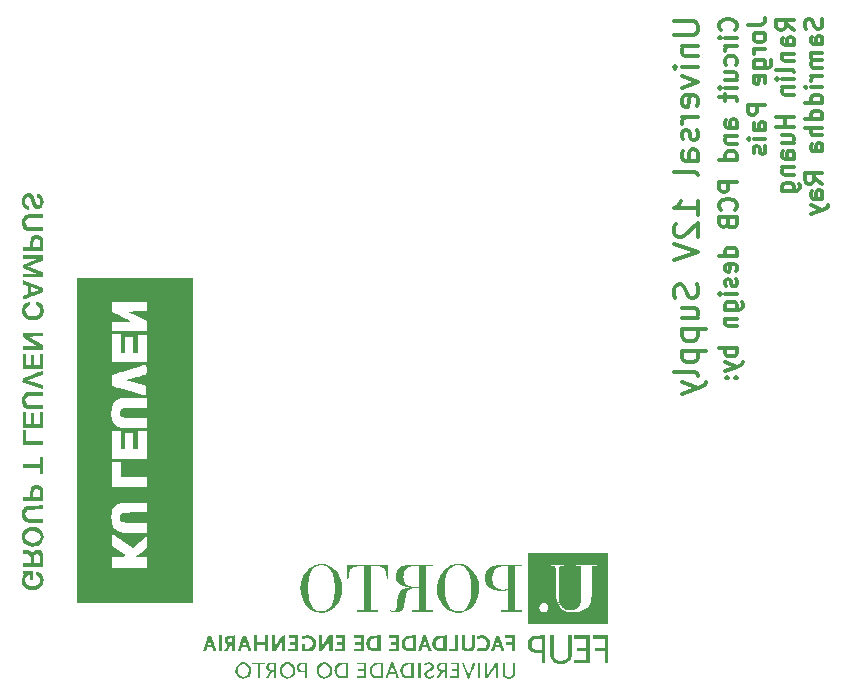
<source format=gbo>
G04 #@! TF.GenerationSoftware,KiCad,Pcbnew,7.0.8*
G04 #@! TF.CreationDate,2023-11-17T17:21:29+01:00*
G04 #@! TF.ProjectId,universal12Vsupply,756e6976-6572-4736-916c-313256737570,rev?*
G04 #@! TF.SameCoordinates,Original*
G04 #@! TF.FileFunction,Legend,Bot*
G04 #@! TF.FilePolarity,Positive*
%FSLAX46Y46*%
G04 Gerber Fmt 4.6, Leading zero omitted, Abs format (unit mm)*
G04 Created by KiCad (PCBNEW 7.0.8) date 2023-11-17 17:21:29*
%MOMM*%
%LPD*%
G01*
G04 APERTURE LIST*
%ADD10C,0.300000*%
%ADD11R,2.500000X2.500000*%
%ADD12C,0.800000*%
%ADD13C,6.400000*%
%ADD14R,3.000000X3.000000*%
%ADD15C,3.000000*%
G04 APERTURE END LIST*
D10*
X115989638Y-24173558D02*
X117608685Y-24173558D01*
X117608685Y-24173558D02*
X117799161Y-24268796D01*
X117799161Y-24268796D02*
X117894400Y-24364034D01*
X117894400Y-24364034D02*
X117989638Y-24554510D01*
X117989638Y-24554510D02*
X117989638Y-24935463D01*
X117989638Y-24935463D02*
X117894400Y-25125939D01*
X117894400Y-25125939D02*
X117799161Y-25221177D01*
X117799161Y-25221177D02*
X117608685Y-25316415D01*
X117608685Y-25316415D02*
X115989638Y-25316415D01*
X116656304Y-26268796D02*
X117989638Y-26268796D01*
X116846780Y-26268796D02*
X116751542Y-26364034D01*
X116751542Y-26364034D02*
X116656304Y-26554510D01*
X116656304Y-26554510D02*
X116656304Y-26840225D01*
X116656304Y-26840225D02*
X116751542Y-27030701D01*
X116751542Y-27030701D02*
X116942019Y-27125939D01*
X116942019Y-27125939D02*
X117989638Y-27125939D01*
X117989638Y-28078320D02*
X116656304Y-28078320D01*
X115989638Y-28078320D02*
X116084876Y-27983082D01*
X116084876Y-27983082D02*
X116180114Y-28078320D01*
X116180114Y-28078320D02*
X116084876Y-28173558D01*
X116084876Y-28173558D02*
X115989638Y-28078320D01*
X115989638Y-28078320D02*
X116180114Y-28078320D01*
X116656304Y-28840225D02*
X117989638Y-29316415D01*
X117989638Y-29316415D02*
X116656304Y-29792606D01*
X117894400Y-31316416D02*
X117989638Y-31125940D01*
X117989638Y-31125940D02*
X117989638Y-30744987D01*
X117989638Y-30744987D02*
X117894400Y-30554511D01*
X117894400Y-30554511D02*
X117703923Y-30459273D01*
X117703923Y-30459273D02*
X116942019Y-30459273D01*
X116942019Y-30459273D02*
X116751542Y-30554511D01*
X116751542Y-30554511D02*
X116656304Y-30744987D01*
X116656304Y-30744987D02*
X116656304Y-31125940D01*
X116656304Y-31125940D02*
X116751542Y-31316416D01*
X116751542Y-31316416D02*
X116942019Y-31411654D01*
X116942019Y-31411654D02*
X117132495Y-31411654D01*
X117132495Y-31411654D02*
X117322971Y-30459273D01*
X117989638Y-32268797D02*
X116656304Y-32268797D01*
X117037257Y-32268797D02*
X116846780Y-32364035D01*
X116846780Y-32364035D02*
X116751542Y-32459273D01*
X116751542Y-32459273D02*
X116656304Y-32649749D01*
X116656304Y-32649749D02*
X116656304Y-32840226D01*
X117894400Y-33411654D02*
X117989638Y-33602130D01*
X117989638Y-33602130D02*
X117989638Y-33983082D01*
X117989638Y-33983082D02*
X117894400Y-34173559D01*
X117894400Y-34173559D02*
X117703923Y-34268797D01*
X117703923Y-34268797D02*
X117608685Y-34268797D01*
X117608685Y-34268797D02*
X117418209Y-34173559D01*
X117418209Y-34173559D02*
X117322971Y-33983082D01*
X117322971Y-33983082D02*
X117322971Y-33697368D01*
X117322971Y-33697368D02*
X117227733Y-33506892D01*
X117227733Y-33506892D02*
X117037257Y-33411654D01*
X117037257Y-33411654D02*
X116942019Y-33411654D01*
X116942019Y-33411654D02*
X116751542Y-33506892D01*
X116751542Y-33506892D02*
X116656304Y-33697368D01*
X116656304Y-33697368D02*
X116656304Y-33983082D01*
X116656304Y-33983082D02*
X116751542Y-34173559D01*
X117989638Y-35983083D02*
X116942019Y-35983083D01*
X116942019Y-35983083D02*
X116751542Y-35887845D01*
X116751542Y-35887845D02*
X116656304Y-35697369D01*
X116656304Y-35697369D02*
X116656304Y-35316416D01*
X116656304Y-35316416D02*
X116751542Y-35125940D01*
X117894400Y-35983083D02*
X117989638Y-35792607D01*
X117989638Y-35792607D02*
X117989638Y-35316416D01*
X117989638Y-35316416D02*
X117894400Y-35125940D01*
X117894400Y-35125940D02*
X117703923Y-35030702D01*
X117703923Y-35030702D02*
X117513447Y-35030702D01*
X117513447Y-35030702D02*
X117322971Y-35125940D01*
X117322971Y-35125940D02*
X117227733Y-35316416D01*
X117227733Y-35316416D02*
X117227733Y-35792607D01*
X117227733Y-35792607D02*
X117132495Y-35983083D01*
X117989638Y-37221178D02*
X117894400Y-37030702D01*
X117894400Y-37030702D02*
X117703923Y-36935464D01*
X117703923Y-36935464D02*
X115989638Y-36935464D01*
X117989638Y-40554512D02*
X117989638Y-39411655D01*
X117989638Y-39983083D02*
X115989638Y-39983083D01*
X115989638Y-39983083D02*
X116275352Y-39792607D01*
X116275352Y-39792607D02*
X116465828Y-39602131D01*
X116465828Y-39602131D02*
X116561066Y-39411655D01*
X116180114Y-41316417D02*
X116084876Y-41411655D01*
X116084876Y-41411655D02*
X115989638Y-41602131D01*
X115989638Y-41602131D02*
X115989638Y-42078322D01*
X115989638Y-42078322D02*
X116084876Y-42268798D01*
X116084876Y-42268798D02*
X116180114Y-42364036D01*
X116180114Y-42364036D02*
X116370590Y-42459274D01*
X116370590Y-42459274D02*
X116561066Y-42459274D01*
X116561066Y-42459274D02*
X116846780Y-42364036D01*
X116846780Y-42364036D02*
X117989638Y-41221179D01*
X117989638Y-41221179D02*
X117989638Y-42459274D01*
X115989638Y-43030703D02*
X117989638Y-43697369D01*
X117989638Y-43697369D02*
X115989638Y-44364036D01*
X117894400Y-46459275D02*
X117989638Y-46744989D01*
X117989638Y-46744989D02*
X117989638Y-47221180D01*
X117989638Y-47221180D02*
X117894400Y-47411656D01*
X117894400Y-47411656D02*
X117799161Y-47506894D01*
X117799161Y-47506894D02*
X117608685Y-47602132D01*
X117608685Y-47602132D02*
X117418209Y-47602132D01*
X117418209Y-47602132D02*
X117227733Y-47506894D01*
X117227733Y-47506894D02*
X117132495Y-47411656D01*
X117132495Y-47411656D02*
X117037257Y-47221180D01*
X117037257Y-47221180D02*
X116942019Y-46840227D01*
X116942019Y-46840227D02*
X116846780Y-46649751D01*
X116846780Y-46649751D02*
X116751542Y-46554513D01*
X116751542Y-46554513D02*
X116561066Y-46459275D01*
X116561066Y-46459275D02*
X116370590Y-46459275D01*
X116370590Y-46459275D02*
X116180114Y-46554513D01*
X116180114Y-46554513D02*
X116084876Y-46649751D01*
X116084876Y-46649751D02*
X115989638Y-46840227D01*
X115989638Y-46840227D02*
X115989638Y-47316418D01*
X115989638Y-47316418D02*
X116084876Y-47602132D01*
X116656304Y-49316418D02*
X117989638Y-49316418D01*
X116656304Y-48459275D02*
X117703923Y-48459275D01*
X117703923Y-48459275D02*
X117894400Y-48554513D01*
X117894400Y-48554513D02*
X117989638Y-48744989D01*
X117989638Y-48744989D02*
X117989638Y-49030704D01*
X117989638Y-49030704D02*
X117894400Y-49221180D01*
X117894400Y-49221180D02*
X117799161Y-49316418D01*
X116656304Y-50268799D02*
X118656304Y-50268799D01*
X116751542Y-50268799D02*
X116656304Y-50459275D01*
X116656304Y-50459275D02*
X116656304Y-50840228D01*
X116656304Y-50840228D02*
X116751542Y-51030704D01*
X116751542Y-51030704D02*
X116846780Y-51125942D01*
X116846780Y-51125942D02*
X117037257Y-51221180D01*
X117037257Y-51221180D02*
X117608685Y-51221180D01*
X117608685Y-51221180D02*
X117799161Y-51125942D01*
X117799161Y-51125942D02*
X117894400Y-51030704D01*
X117894400Y-51030704D02*
X117989638Y-50840228D01*
X117989638Y-50840228D02*
X117989638Y-50459275D01*
X117989638Y-50459275D02*
X117894400Y-50268799D01*
X116656304Y-52078323D02*
X118656304Y-52078323D01*
X116751542Y-52078323D02*
X116656304Y-52268799D01*
X116656304Y-52268799D02*
X116656304Y-52649752D01*
X116656304Y-52649752D02*
X116751542Y-52840228D01*
X116751542Y-52840228D02*
X116846780Y-52935466D01*
X116846780Y-52935466D02*
X117037257Y-53030704D01*
X117037257Y-53030704D02*
X117608685Y-53030704D01*
X117608685Y-53030704D02*
X117799161Y-52935466D01*
X117799161Y-52935466D02*
X117894400Y-52840228D01*
X117894400Y-52840228D02*
X117989638Y-52649752D01*
X117989638Y-52649752D02*
X117989638Y-52268799D01*
X117989638Y-52268799D02*
X117894400Y-52078323D01*
X117989638Y-54173561D02*
X117894400Y-53983085D01*
X117894400Y-53983085D02*
X117703923Y-53887847D01*
X117703923Y-53887847D02*
X115989638Y-53887847D01*
X116656304Y-54744990D02*
X117989638Y-55221180D01*
X116656304Y-55697371D02*
X117989638Y-55221180D01*
X117989638Y-55221180D02*
X118465828Y-55030704D01*
X118465828Y-55030704D02*
X118561066Y-54935466D01*
X118561066Y-54935466D02*
X118656304Y-54744990D01*
X121162971Y-24911653D02*
X121234400Y-24840225D01*
X121234400Y-24840225D02*
X121305828Y-24625939D01*
X121305828Y-24625939D02*
X121305828Y-24483082D01*
X121305828Y-24483082D02*
X121234400Y-24268796D01*
X121234400Y-24268796D02*
X121091542Y-24125939D01*
X121091542Y-24125939D02*
X120948685Y-24054510D01*
X120948685Y-24054510D02*
X120662971Y-23983082D01*
X120662971Y-23983082D02*
X120448685Y-23983082D01*
X120448685Y-23983082D02*
X120162971Y-24054510D01*
X120162971Y-24054510D02*
X120020114Y-24125939D01*
X120020114Y-24125939D02*
X119877257Y-24268796D01*
X119877257Y-24268796D02*
X119805828Y-24483082D01*
X119805828Y-24483082D02*
X119805828Y-24625939D01*
X119805828Y-24625939D02*
X119877257Y-24840225D01*
X119877257Y-24840225D02*
X119948685Y-24911653D01*
X121305828Y-25554510D02*
X120305828Y-25554510D01*
X119805828Y-25554510D02*
X119877257Y-25483082D01*
X119877257Y-25483082D02*
X119948685Y-25554510D01*
X119948685Y-25554510D02*
X119877257Y-25625939D01*
X119877257Y-25625939D02*
X119805828Y-25554510D01*
X119805828Y-25554510D02*
X119948685Y-25554510D01*
X121305828Y-26268796D02*
X120305828Y-26268796D01*
X120591542Y-26268796D02*
X120448685Y-26340225D01*
X120448685Y-26340225D02*
X120377257Y-26411654D01*
X120377257Y-26411654D02*
X120305828Y-26554511D01*
X120305828Y-26554511D02*
X120305828Y-26697368D01*
X121234400Y-27840225D02*
X121305828Y-27697367D01*
X121305828Y-27697367D02*
X121305828Y-27411653D01*
X121305828Y-27411653D02*
X121234400Y-27268796D01*
X121234400Y-27268796D02*
X121162971Y-27197367D01*
X121162971Y-27197367D02*
X121020114Y-27125939D01*
X121020114Y-27125939D02*
X120591542Y-27125939D01*
X120591542Y-27125939D02*
X120448685Y-27197367D01*
X120448685Y-27197367D02*
X120377257Y-27268796D01*
X120377257Y-27268796D02*
X120305828Y-27411653D01*
X120305828Y-27411653D02*
X120305828Y-27697367D01*
X120305828Y-27697367D02*
X120377257Y-27840225D01*
X120305828Y-29125939D02*
X121305828Y-29125939D01*
X120305828Y-28483081D02*
X121091542Y-28483081D01*
X121091542Y-28483081D02*
X121234400Y-28554510D01*
X121234400Y-28554510D02*
X121305828Y-28697367D01*
X121305828Y-28697367D02*
X121305828Y-28911653D01*
X121305828Y-28911653D02*
X121234400Y-29054510D01*
X121234400Y-29054510D02*
X121162971Y-29125939D01*
X121305828Y-29840224D02*
X120305828Y-29840224D01*
X119805828Y-29840224D02*
X119877257Y-29768796D01*
X119877257Y-29768796D02*
X119948685Y-29840224D01*
X119948685Y-29840224D02*
X119877257Y-29911653D01*
X119877257Y-29911653D02*
X119805828Y-29840224D01*
X119805828Y-29840224D02*
X119948685Y-29840224D01*
X120305828Y-30340225D02*
X120305828Y-30911653D01*
X119805828Y-30554510D02*
X121091542Y-30554510D01*
X121091542Y-30554510D02*
X121234400Y-30625939D01*
X121234400Y-30625939D02*
X121305828Y-30768796D01*
X121305828Y-30768796D02*
X121305828Y-30911653D01*
X121305828Y-33197368D02*
X120520114Y-33197368D01*
X120520114Y-33197368D02*
X120377257Y-33125939D01*
X120377257Y-33125939D02*
X120305828Y-32983082D01*
X120305828Y-32983082D02*
X120305828Y-32697368D01*
X120305828Y-32697368D02*
X120377257Y-32554510D01*
X121234400Y-33197368D02*
X121305828Y-33054510D01*
X121305828Y-33054510D02*
X121305828Y-32697368D01*
X121305828Y-32697368D02*
X121234400Y-32554510D01*
X121234400Y-32554510D02*
X121091542Y-32483082D01*
X121091542Y-32483082D02*
X120948685Y-32483082D01*
X120948685Y-32483082D02*
X120805828Y-32554510D01*
X120805828Y-32554510D02*
X120734400Y-32697368D01*
X120734400Y-32697368D02*
X120734400Y-33054510D01*
X120734400Y-33054510D02*
X120662971Y-33197368D01*
X120305828Y-33911653D02*
X121305828Y-33911653D01*
X120448685Y-33911653D02*
X120377257Y-33983082D01*
X120377257Y-33983082D02*
X120305828Y-34125939D01*
X120305828Y-34125939D02*
X120305828Y-34340225D01*
X120305828Y-34340225D02*
X120377257Y-34483082D01*
X120377257Y-34483082D02*
X120520114Y-34554511D01*
X120520114Y-34554511D02*
X121305828Y-34554511D01*
X121305828Y-35911654D02*
X119805828Y-35911654D01*
X121234400Y-35911654D02*
X121305828Y-35768796D01*
X121305828Y-35768796D02*
X121305828Y-35483082D01*
X121305828Y-35483082D02*
X121234400Y-35340225D01*
X121234400Y-35340225D02*
X121162971Y-35268796D01*
X121162971Y-35268796D02*
X121020114Y-35197368D01*
X121020114Y-35197368D02*
X120591542Y-35197368D01*
X120591542Y-35197368D02*
X120448685Y-35268796D01*
X120448685Y-35268796D02*
X120377257Y-35340225D01*
X120377257Y-35340225D02*
X120305828Y-35483082D01*
X120305828Y-35483082D02*
X120305828Y-35768796D01*
X120305828Y-35768796D02*
X120377257Y-35911654D01*
X121305828Y-37768796D02*
X119805828Y-37768796D01*
X119805828Y-37768796D02*
X119805828Y-38340225D01*
X119805828Y-38340225D02*
X119877257Y-38483082D01*
X119877257Y-38483082D02*
X119948685Y-38554511D01*
X119948685Y-38554511D02*
X120091542Y-38625939D01*
X120091542Y-38625939D02*
X120305828Y-38625939D01*
X120305828Y-38625939D02*
X120448685Y-38554511D01*
X120448685Y-38554511D02*
X120520114Y-38483082D01*
X120520114Y-38483082D02*
X120591542Y-38340225D01*
X120591542Y-38340225D02*
X120591542Y-37768796D01*
X121162971Y-40125939D02*
X121234400Y-40054511D01*
X121234400Y-40054511D02*
X121305828Y-39840225D01*
X121305828Y-39840225D02*
X121305828Y-39697368D01*
X121305828Y-39697368D02*
X121234400Y-39483082D01*
X121234400Y-39483082D02*
X121091542Y-39340225D01*
X121091542Y-39340225D02*
X120948685Y-39268796D01*
X120948685Y-39268796D02*
X120662971Y-39197368D01*
X120662971Y-39197368D02*
X120448685Y-39197368D01*
X120448685Y-39197368D02*
X120162971Y-39268796D01*
X120162971Y-39268796D02*
X120020114Y-39340225D01*
X120020114Y-39340225D02*
X119877257Y-39483082D01*
X119877257Y-39483082D02*
X119805828Y-39697368D01*
X119805828Y-39697368D02*
X119805828Y-39840225D01*
X119805828Y-39840225D02*
X119877257Y-40054511D01*
X119877257Y-40054511D02*
X119948685Y-40125939D01*
X120520114Y-41268796D02*
X120591542Y-41483082D01*
X120591542Y-41483082D02*
X120662971Y-41554511D01*
X120662971Y-41554511D02*
X120805828Y-41625939D01*
X120805828Y-41625939D02*
X121020114Y-41625939D01*
X121020114Y-41625939D02*
X121162971Y-41554511D01*
X121162971Y-41554511D02*
X121234400Y-41483082D01*
X121234400Y-41483082D02*
X121305828Y-41340225D01*
X121305828Y-41340225D02*
X121305828Y-40768796D01*
X121305828Y-40768796D02*
X119805828Y-40768796D01*
X119805828Y-40768796D02*
X119805828Y-41268796D01*
X119805828Y-41268796D02*
X119877257Y-41411654D01*
X119877257Y-41411654D02*
X119948685Y-41483082D01*
X119948685Y-41483082D02*
X120091542Y-41554511D01*
X120091542Y-41554511D02*
X120234400Y-41554511D01*
X120234400Y-41554511D02*
X120377257Y-41483082D01*
X120377257Y-41483082D02*
X120448685Y-41411654D01*
X120448685Y-41411654D02*
X120520114Y-41268796D01*
X120520114Y-41268796D02*
X120520114Y-40768796D01*
X121305828Y-44054511D02*
X119805828Y-44054511D01*
X121234400Y-44054511D02*
X121305828Y-43911653D01*
X121305828Y-43911653D02*
X121305828Y-43625939D01*
X121305828Y-43625939D02*
X121234400Y-43483082D01*
X121234400Y-43483082D02*
X121162971Y-43411653D01*
X121162971Y-43411653D02*
X121020114Y-43340225D01*
X121020114Y-43340225D02*
X120591542Y-43340225D01*
X120591542Y-43340225D02*
X120448685Y-43411653D01*
X120448685Y-43411653D02*
X120377257Y-43483082D01*
X120377257Y-43483082D02*
X120305828Y-43625939D01*
X120305828Y-43625939D02*
X120305828Y-43911653D01*
X120305828Y-43911653D02*
X120377257Y-44054511D01*
X121234400Y-45340225D02*
X121305828Y-45197368D01*
X121305828Y-45197368D02*
X121305828Y-44911654D01*
X121305828Y-44911654D02*
X121234400Y-44768796D01*
X121234400Y-44768796D02*
X121091542Y-44697368D01*
X121091542Y-44697368D02*
X120520114Y-44697368D01*
X120520114Y-44697368D02*
X120377257Y-44768796D01*
X120377257Y-44768796D02*
X120305828Y-44911654D01*
X120305828Y-44911654D02*
X120305828Y-45197368D01*
X120305828Y-45197368D02*
X120377257Y-45340225D01*
X120377257Y-45340225D02*
X120520114Y-45411654D01*
X120520114Y-45411654D02*
X120662971Y-45411654D01*
X120662971Y-45411654D02*
X120805828Y-44697368D01*
X121234400Y-45983082D02*
X121305828Y-46125939D01*
X121305828Y-46125939D02*
X121305828Y-46411653D01*
X121305828Y-46411653D02*
X121234400Y-46554510D01*
X121234400Y-46554510D02*
X121091542Y-46625939D01*
X121091542Y-46625939D02*
X121020114Y-46625939D01*
X121020114Y-46625939D02*
X120877257Y-46554510D01*
X120877257Y-46554510D02*
X120805828Y-46411653D01*
X120805828Y-46411653D02*
X120805828Y-46197368D01*
X120805828Y-46197368D02*
X120734400Y-46054510D01*
X120734400Y-46054510D02*
X120591542Y-45983082D01*
X120591542Y-45983082D02*
X120520114Y-45983082D01*
X120520114Y-45983082D02*
X120377257Y-46054510D01*
X120377257Y-46054510D02*
X120305828Y-46197368D01*
X120305828Y-46197368D02*
X120305828Y-46411653D01*
X120305828Y-46411653D02*
X120377257Y-46554510D01*
X121305828Y-47268796D02*
X120305828Y-47268796D01*
X119805828Y-47268796D02*
X119877257Y-47197368D01*
X119877257Y-47197368D02*
X119948685Y-47268796D01*
X119948685Y-47268796D02*
X119877257Y-47340225D01*
X119877257Y-47340225D02*
X119805828Y-47268796D01*
X119805828Y-47268796D02*
X119948685Y-47268796D01*
X120305828Y-48625940D02*
X121520114Y-48625940D01*
X121520114Y-48625940D02*
X121662971Y-48554511D01*
X121662971Y-48554511D02*
X121734400Y-48483082D01*
X121734400Y-48483082D02*
X121805828Y-48340225D01*
X121805828Y-48340225D02*
X121805828Y-48125940D01*
X121805828Y-48125940D02*
X121734400Y-47983082D01*
X121234400Y-48625940D02*
X121305828Y-48483082D01*
X121305828Y-48483082D02*
X121305828Y-48197368D01*
X121305828Y-48197368D02*
X121234400Y-48054511D01*
X121234400Y-48054511D02*
X121162971Y-47983082D01*
X121162971Y-47983082D02*
X121020114Y-47911654D01*
X121020114Y-47911654D02*
X120591542Y-47911654D01*
X120591542Y-47911654D02*
X120448685Y-47983082D01*
X120448685Y-47983082D02*
X120377257Y-48054511D01*
X120377257Y-48054511D02*
X120305828Y-48197368D01*
X120305828Y-48197368D02*
X120305828Y-48483082D01*
X120305828Y-48483082D02*
X120377257Y-48625940D01*
X120305828Y-49340225D02*
X121305828Y-49340225D01*
X120448685Y-49340225D02*
X120377257Y-49411654D01*
X120377257Y-49411654D02*
X120305828Y-49554511D01*
X120305828Y-49554511D02*
X120305828Y-49768797D01*
X120305828Y-49768797D02*
X120377257Y-49911654D01*
X120377257Y-49911654D02*
X120520114Y-49983083D01*
X120520114Y-49983083D02*
X121305828Y-49983083D01*
X121305828Y-51840225D02*
X119805828Y-51840225D01*
X120377257Y-51840225D02*
X120305828Y-51983083D01*
X120305828Y-51983083D02*
X120305828Y-52268797D01*
X120305828Y-52268797D02*
X120377257Y-52411654D01*
X120377257Y-52411654D02*
X120448685Y-52483083D01*
X120448685Y-52483083D02*
X120591542Y-52554511D01*
X120591542Y-52554511D02*
X121020114Y-52554511D01*
X121020114Y-52554511D02*
X121162971Y-52483083D01*
X121162971Y-52483083D02*
X121234400Y-52411654D01*
X121234400Y-52411654D02*
X121305828Y-52268797D01*
X121305828Y-52268797D02*
X121305828Y-51983083D01*
X121305828Y-51983083D02*
X121234400Y-51840225D01*
X120305828Y-53054511D02*
X121305828Y-53411654D01*
X120305828Y-53768797D02*
X121305828Y-53411654D01*
X121305828Y-53411654D02*
X121662971Y-53268797D01*
X121662971Y-53268797D02*
X121734400Y-53197368D01*
X121734400Y-53197368D02*
X121805828Y-53054511D01*
X121162971Y-54340225D02*
X121234400Y-54411654D01*
X121234400Y-54411654D02*
X121305828Y-54340225D01*
X121305828Y-54340225D02*
X121234400Y-54268797D01*
X121234400Y-54268797D02*
X121162971Y-54340225D01*
X121162971Y-54340225D02*
X121305828Y-54340225D01*
X120377257Y-54340225D02*
X120448685Y-54411654D01*
X120448685Y-54411654D02*
X120520114Y-54340225D01*
X120520114Y-54340225D02*
X120448685Y-54268797D01*
X120448685Y-54268797D02*
X120377257Y-54340225D01*
X120377257Y-54340225D02*
X120520114Y-54340225D01*
X122220828Y-24483082D02*
X123292257Y-24483082D01*
X123292257Y-24483082D02*
X123506542Y-24411653D01*
X123506542Y-24411653D02*
X123649400Y-24268796D01*
X123649400Y-24268796D02*
X123720828Y-24054510D01*
X123720828Y-24054510D02*
X123720828Y-23911653D01*
X123720828Y-25411653D02*
X123649400Y-25268796D01*
X123649400Y-25268796D02*
X123577971Y-25197367D01*
X123577971Y-25197367D02*
X123435114Y-25125939D01*
X123435114Y-25125939D02*
X123006542Y-25125939D01*
X123006542Y-25125939D02*
X122863685Y-25197367D01*
X122863685Y-25197367D02*
X122792257Y-25268796D01*
X122792257Y-25268796D02*
X122720828Y-25411653D01*
X122720828Y-25411653D02*
X122720828Y-25625939D01*
X122720828Y-25625939D02*
X122792257Y-25768796D01*
X122792257Y-25768796D02*
X122863685Y-25840225D01*
X122863685Y-25840225D02*
X123006542Y-25911653D01*
X123006542Y-25911653D02*
X123435114Y-25911653D01*
X123435114Y-25911653D02*
X123577971Y-25840225D01*
X123577971Y-25840225D02*
X123649400Y-25768796D01*
X123649400Y-25768796D02*
X123720828Y-25625939D01*
X123720828Y-25625939D02*
X123720828Y-25411653D01*
X123720828Y-26554510D02*
X122720828Y-26554510D01*
X123006542Y-26554510D02*
X122863685Y-26625939D01*
X122863685Y-26625939D02*
X122792257Y-26697368D01*
X122792257Y-26697368D02*
X122720828Y-26840225D01*
X122720828Y-26840225D02*
X122720828Y-26983082D01*
X122720828Y-28125939D02*
X123935114Y-28125939D01*
X123935114Y-28125939D02*
X124077971Y-28054510D01*
X124077971Y-28054510D02*
X124149400Y-27983081D01*
X124149400Y-27983081D02*
X124220828Y-27840224D01*
X124220828Y-27840224D02*
X124220828Y-27625939D01*
X124220828Y-27625939D02*
X124149400Y-27483081D01*
X123649400Y-28125939D02*
X123720828Y-27983081D01*
X123720828Y-27983081D02*
X123720828Y-27697367D01*
X123720828Y-27697367D02*
X123649400Y-27554510D01*
X123649400Y-27554510D02*
X123577971Y-27483081D01*
X123577971Y-27483081D02*
X123435114Y-27411653D01*
X123435114Y-27411653D02*
X123006542Y-27411653D01*
X123006542Y-27411653D02*
X122863685Y-27483081D01*
X122863685Y-27483081D02*
X122792257Y-27554510D01*
X122792257Y-27554510D02*
X122720828Y-27697367D01*
X122720828Y-27697367D02*
X122720828Y-27983081D01*
X122720828Y-27983081D02*
X122792257Y-28125939D01*
X123649400Y-29411653D02*
X123720828Y-29268796D01*
X123720828Y-29268796D02*
X123720828Y-28983082D01*
X123720828Y-28983082D02*
X123649400Y-28840224D01*
X123649400Y-28840224D02*
X123506542Y-28768796D01*
X123506542Y-28768796D02*
X122935114Y-28768796D01*
X122935114Y-28768796D02*
X122792257Y-28840224D01*
X122792257Y-28840224D02*
X122720828Y-28983082D01*
X122720828Y-28983082D02*
X122720828Y-29268796D01*
X122720828Y-29268796D02*
X122792257Y-29411653D01*
X122792257Y-29411653D02*
X122935114Y-29483082D01*
X122935114Y-29483082D02*
X123077971Y-29483082D01*
X123077971Y-29483082D02*
X123220828Y-28768796D01*
X123720828Y-31268795D02*
X122220828Y-31268795D01*
X122220828Y-31268795D02*
X122220828Y-31840224D01*
X122220828Y-31840224D02*
X122292257Y-31983081D01*
X122292257Y-31983081D02*
X122363685Y-32054510D01*
X122363685Y-32054510D02*
X122506542Y-32125938D01*
X122506542Y-32125938D02*
X122720828Y-32125938D01*
X122720828Y-32125938D02*
X122863685Y-32054510D01*
X122863685Y-32054510D02*
X122935114Y-31983081D01*
X122935114Y-31983081D02*
X123006542Y-31840224D01*
X123006542Y-31840224D02*
X123006542Y-31268795D01*
X123720828Y-33411653D02*
X122935114Y-33411653D01*
X122935114Y-33411653D02*
X122792257Y-33340224D01*
X122792257Y-33340224D02*
X122720828Y-33197367D01*
X122720828Y-33197367D02*
X122720828Y-32911653D01*
X122720828Y-32911653D02*
X122792257Y-32768795D01*
X123649400Y-33411653D02*
X123720828Y-33268795D01*
X123720828Y-33268795D02*
X123720828Y-32911653D01*
X123720828Y-32911653D02*
X123649400Y-32768795D01*
X123649400Y-32768795D02*
X123506542Y-32697367D01*
X123506542Y-32697367D02*
X123363685Y-32697367D01*
X123363685Y-32697367D02*
X123220828Y-32768795D01*
X123220828Y-32768795D02*
X123149400Y-32911653D01*
X123149400Y-32911653D02*
X123149400Y-33268795D01*
X123149400Y-33268795D02*
X123077971Y-33411653D01*
X123720828Y-34125938D02*
X122720828Y-34125938D01*
X122220828Y-34125938D02*
X122292257Y-34054510D01*
X122292257Y-34054510D02*
X122363685Y-34125938D01*
X122363685Y-34125938D02*
X122292257Y-34197367D01*
X122292257Y-34197367D02*
X122220828Y-34125938D01*
X122220828Y-34125938D02*
X122363685Y-34125938D01*
X123649400Y-34768796D02*
X123720828Y-34911653D01*
X123720828Y-34911653D02*
X123720828Y-35197367D01*
X123720828Y-35197367D02*
X123649400Y-35340224D01*
X123649400Y-35340224D02*
X123506542Y-35411653D01*
X123506542Y-35411653D02*
X123435114Y-35411653D01*
X123435114Y-35411653D02*
X123292257Y-35340224D01*
X123292257Y-35340224D02*
X123220828Y-35197367D01*
X123220828Y-35197367D02*
X123220828Y-34983082D01*
X123220828Y-34983082D02*
X123149400Y-34840224D01*
X123149400Y-34840224D02*
X123006542Y-34768796D01*
X123006542Y-34768796D02*
X122935114Y-34768796D01*
X122935114Y-34768796D02*
X122792257Y-34840224D01*
X122792257Y-34840224D02*
X122720828Y-34983082D01*
X122720828Y-34983082D02*
X122720828Y-35197367D01*
X122720828Y-35197367D02*
X122792257Y-35340224D01*
X126135828Y-24911653D02*
X125421542Y-24411653D01*
X126135828Y-24054510D02*
X124635828Y-24054510D01*
X124635828Y-24054510D02*
X124635828Y-24625939D01*
X124635828Y-24625939D02*
X124707257Y-24768796D01*
X124707257Y-24768796D02*
X124778685Y-24840225D01*
X124778685Y-24840225D02*
X124921542Y-24911653D01*
X124921542Y-24911653D02*
X125135828Y-24911653D01*
X125135828Y-24911653D02*
X125278685Y-24840225D01*
X125278685Y-24840225D02*
X125350114Y-24768796D01*
X125350114Y-24768796D02*
X125421542Y-24625939D01*
X125421542Y-24625939D02*
X125421542Y-24054510D01*
X126135828Y-26197368D02*
X125350114Y-26197368D01*
X125350114Y-26197368D02*
X125207257Y-26125939D01*
X125207257Y-26125939D02*
X125135828Y-25983082D01*
X125135828Y-25983082D02*
X125135828Y-25697368D01*
X125135828Y-25697368D02*
X125207257Y-25554510D01*
X126064400Y-26197368D02*
X126135828Y-26054510D01*
X126135828Y-26054510D02*
X126135828Y-25697368D01*
X126135828Y-25697368D02*
X126064400Y-25554510D01*
X126064400Y-25554510D02*
X125921542Y-25483082D01*
X125921542Y-25483082D02*
X125778685Y-25483082D01*
X125778685Y-25483082D02*
X125635828Y-25554510D01*
X125635828Y-25554510D02*
X125564400Y-25697368D01*
X125564400Y-25697368D02*
X125564400Y-26054510D01*
X125564400Y-26054510D02*
X125492971Y-26197368D01*
X125135828Y-26911653D02*
X126135828Y-26911653D01*
X125278685Y-26911653D02*
X125207257Y-26983082D01*
X125207257Y-26983082D02*
X125135828Y-27125939D01*
X125135828Y-27125939D02*
X125135828Y-27340225D01*
X125135828Y-27340225D02*
X125207257Y-27483082D01*
X125207257Y-27483082D02*
X125350114Y-27554511D01*
X125350114Y-27554511D02*
X126135828Y-27554511D01*
X126135828Y-28483082D02*
X126064400Y-28340225D01*
X126064400Y-28340225D02*
X125921542Y-28268796D01*
X125921542Y-28268796D02*
X124635828Y-28268796D01*
X126135828Y-29054510D02*
X125135828Y-29054510D01*
X124635828Y-29054510D02*
X124707257Y-28983082D01*
X124707257Y-28983082D02*
X124778685Y-29054510D01*
X124778685Y-29054510D02*
X124707257Y-29125939D01*
X124707257Y-29125939D02*
X124635828Y-29054510D01*
X124635828Y-29054510D02*
X124778685Y-29054510D01*
X125135828Y-29768796D02*
X126135828Y-29768796D01*
X125278685Y-29768796D02*
X125207257Y-29840225D01*
X125207257Y-29840225D02*
X125135828Y-29983082D01*
X125135828Y-29983082D02*
X125135828Y-30197368D01*
X125135828Y-30197368D02*
X125207257Y-30340225D01*
X125207257Y-30340225D02*
X125350114Y-30411654D01*
X125350114Y-30411654D02*
X126135828Y-30411654D01*
X126135828Y-32268796D02*
X124635828Y-32268796D01*
X125350114Y-32268796D02*
X125350114Y-33125939D01*
X126135828Y-33125939D02*
X124635828Y-33125939D01*
X125135828Y-34483083D02*
X126135828Y-34483083D01*
X125135828Y-33840225D02*
X125921542Y-33840225D01*
X125921542Y-33840225D02*
X126064400Y-33911654D01*
X126064400Y-33911654D02*
X126135828Y-34054511D01*
X126135828Y-34054511D02*
X126135828Y-34268797D01*
X126135828Y-34268797D02*
X126064400Y-34411654D01*
X126064400Y-34411654D02*
X125992971Y-34483083D01*
X126135828Y-35840226D02*
X125350114Y-35840226D01*
X125350114Y-35840226D02*
X125207257Y-35768797D01*
X125207257Y-35768797D02*
X125135828Y-35625940D01*
X125135828Y-35625940D02*
X125135828Y-35340226D01*
X125135828Y-35340226D02*
X125207257Y-35197368D01*
X126064400Y-35840226D02*
X126135828Y-35697368D01*
X126135828Y-35697368D02*
X126135828Y-35340226D01*
X126135828Y-35340226D02*
X126064400Y-35197368D01*
X126064400Y-35197368D02*
X125921542Y-35125940D01*
X125921542Y-35125940D02*
X125778685Y-35125940D01*
X125778685Y-35125940D02*
X125635828Y-35197368D01*
X125635828Y-35197368D02*
X125564400Y-35340226D01*
X125564400Y-35340226D02*
X125564400Y-35697368D01*
X125564400Y-35697368D02*
X125492971Y-35840226D01*
X125135828Y-36554511D02*
X126135828Y-36554511D01*
X125278685Y-36554511D02*
X125207257Y-36625940D01*
X125207257Y-36625940D02*
X125135828Y-36768797D01*
X125135828Y-36768797D02*
X125135828Y-36983083D01*
X125135828Y-36983083D02*
X125207257Y-37125940D01*
X125207257Y-37125940D02*
X125350114Y-37197369D01*
X125350114Y-37197369D02*
X126135828Y-37197369D01*
X125135828Y-38554512D02*
X126350114Y-38554512D01*
X126350114Y-38554512D02*
X126492971Y-38483083D01*
X126492971Y-38483083D02*
X126564400Y-38411654D01*
X126564400Y-38411654D02*
X126635828Y-38268797D01*
X126635828Y-38268797D02*
X126635828Y-38054512D01*
X126635828Y-38054512D02*
X126564400Y-37911654D01*
X126064400Y-38554512D02*
X126135828Y-38411654D01*
X126135828Y-38411654D02*
X126135828Y-38125940D01*
X126135828Y-38125940D02*
X126064400Y-37983083D01*
X126064400Y-37983083D02*
X125992971Y-37911654D01*
X125992971Y-37911654D02*
X125850114Y-37840226D01*
X125850114Y-37840226D02*
X125421542Y-37840226D01*
X125421542Y-37840226D02*
X125278685Y-37911654D01*
X125278685Y-37911654D02*
X125207257Y-37983083D01*
X125207257Y-37983083D02*
X125135828Y-38125940D01*
X125135828Y-38125940D02*
X125135828Y-38411654D01*
X125135828Y-38411654D02*
X125207257Y-38554512D01*
X128479400Y-23983082D02*
X128550828Y-24197368D01*
X128550828Y-24197368D02*
X128550828Y-24554510D01*
X128550828Y-24554510D02*
X128479400Y-24697368D01*
X128479400Y-24697368D02*
X128407971Y-24768796D01*
X128407971Y-24768796D02*
X128265114Y-24840225D01*
X128265114Y-24840225D02*
X128122257Y-24840225D01*
X128122257Y-24840225D02*
X127979400Y-24768796D01*
X127979400Y-24768796D02*
X127907971Y-24697368D01*
X127907971Y-24697368D02*
X127836542Y-24554510D01*
X127836542Y-24554510D02*
X127765114Y-24268796D01*
X127765114Y-24268796D02*
X127693685Y-24125939D01*
X127693685Y-24125939D02*
X127622257Y-24054510D01*
X127622257Y-24054510D02*
X127479400Y-23983082D01*
X127479400Y-23983082D02*
X127336542Y-23983082D01*
X127336542Y-23983082D02*
X127193685Y-24054510D01*
X127193685Y-24054510D02*
X127122257Y-24125939D01*
X127122257Y-24125939D02*
X127050828Y-24268796D01*
X127050828Y-24268796D02*
X127050828Y-24625939D01*
X127050828Y-24625939D02*
X127122257Y-24840225D01*
X128550828Y-26125939D02*
X127765114Y-26125939D01*
X127765114Y-26125939D02*
X127622257Y-26054510D01*
X127622257Y-26054510D02*
X127550828Y-25911653D01*
X127550828Y-25911653D02*
X127550828Y-25625939D01*
X127550828Y-25625939D02*
X127622257Y-25483081D01*
X128479400Y-26125939D02*
X128550828Y-25983081D01*
X128550828Y-25983081D02*
X128550828Y-25625939D01*
X128550828Y-25625939D02*
X128479400Y-25483081D01*
X128479400Y-25483081D02*
X128336542Y-25411653D01*
X128336542Y-25411653D02*
X128193685Y-25411653D01*
X128193685Y-25411653D02*
X128050828Y-25483081D01*
X128050828Y-25483081D02*
X127979400Y-25625939D01*
X127979400Y-25625939D02*
X127979400Y-25983081D01*
X127979400Y-25983081D02*
X127907971Y-26125939D01*
X128550828Y-26840224D02*
X127550828Y-26840224D01*
X127693685Y-26840224D02*
X127622257Y-26911653D01*
X127622257Y-26911653D02*
X127550828Y-27054510D01*
X127550828Y-27054510D02*
X127550828Y-27268796D01*
X127550828Y-27268796D02*
X127622257Y-27411653D01*
X127622257Y-27411653D02*
X127765114Y-27483082D01*
X127765114Y-27483082D02*
X128550828Y-27483082D01*
X127765114Y-27483082D02*
X127622257Y-27554510D01*
X127622257Y-27554510D02*
X127550828Y-27697367D01*
X127550828Y-27697367D02*
X127550828Y-27911653D01*
X127550828Y-27911653D02*
X127622257Y-28054510D01*
X127622257Y-28054510D02*
X127765114Y-28125939D01*
X127765114Y-28125939D02*
X128550828Y-28125939D01*
X128550828Y-28840224D02*
X127550828Y-28840224D01*
X127836542Y-28840224D02*
X127693685Y-28911653D01*
X127693685Y-28911653D02*
X127622257Y-28983082D01*
X127622257Y-28983082D02*
X127550828Y-29125939D01*
X127550828Y-29125939D02*
X127550828Y-29268796D01*
X128550828Y-29768795D02*
X127550828Y-29768795D01*
X127050828Y-29768795D02*
X127122257Y-29697367D01*
X127122257Y-29697367D02*
X127193685Y-29768795D01*
X127193685Y-29768795D02*
X127122257Y-29840224D01*
X127122257Y-29840224D02*
X127050828Y-29768795D01*
X127050828Y-29768795D02*
X127193685Y-29768795D01*
X128550828Y-31125939D02*
X127050828Y-31125939D01*
X128479400Y-31125939D02*
X128550828Y-30983081D01*
X128550828Y-30983081D02*
X128550828Y-30697367D01*
X128550828Y-30697367D02*
X128479400Y-30554510D01*
X128479400Y-30554510D02*
X128407971Y-30483081D01*
X128407971Y-30483081D02*
X128265114Y-30411653D01*
X128265114Y-30411653D02*
X127836542Y-30411653D01*
X127836542Y-30411653D02*
X127693685Y-30483081D01*
X127693685Y-30483081D02*
X127622257Y-30554510D01*
X127622257Y-30554510D02*
X127550828Y-30697367D01*
X127550828Y-30697367D02*
X127550828Y-30983081D01*
X127550828Y-30983081D02*
X127622257Y-31125939D01*
X128550828Y-32483082D02*
X127050828Y-32483082D01*
X128479400Y-32483082D02*
X128550828Y-32340224D01*
X128550828Y-32340224D02*
X128550828Y-32054510D01*
X128550828Y-32054510D02*
X128479400Y-31911653D01*
X128479400Y-31911653D02*
X128407971Y-31840224D01*
X128407971Y-31840224D02*
X128265114Y-31768796D01*
X128265114Y-31768796D02*
X127836542Y-31768796D01*
X127836542Y-31768796D02*
X127693685Y-31840224D01*
X127693685Y-31840224D02*
X127622257Y-31911653D01*
X127622257Y-31911653D02*
X127550828Y-32054510D01*
X127550828Y-32054510D02*
X127550828Y-32340224D01*
X127550828Y-32340224D02*
X127622257Y-32483082D01*
X128550828Y-33197367D02*
X127050828Y-33197367D01*
X128550828Y-33840225D02*
X127765114Y-33840225D01*
X127765114Y-33840225D02*
X127622257Y-33768796D01*
X127622257Y-33768796D02*
X127550828Y-33625939D01*
X127550828Y-33625939D02*
X127550828Y-33411653D01*
X127550828Y-33411653D02*
X127622257Y-33268796D01*
X127622257Y-33268796D02*
X127693685Y-33197367D01*
X128550828Y-35197368D02*
X127765114Y-35197368D01*
X127765114Y-35197368D02*
X127622257Y-35125939D01*
X127622257Y-35125939D02*
X127550828Y-34983082D01*
X127550828Y-34983082D02*
X127550828Y-34697368D01*
X127550828Y-34697368D02*
X127622257Y-34554510D01*
X128479400Y-35197368D02*
X128550828Y-35054510D01*
X128550828Y-35054510D02*
X128550828Y-34697368D01*
X128550828Y-34697368D02*
X128479400Y-34554510D01*
X128479400Y-34554510D02*
X128336542Y-34483082D01*
X128336542Y-34483082D02*
X128193685Y-34483082D01*
X128193685Y-34483082D02*
X128050828Y-34554510D01*
X128050828Y-34554510D02*
X127979400Y-34697368D01*
X127979400Y-34697368D02*
X127979400Y-35054510D01*
X127979400Y-35054510D02*
X127907971Y-35197368D01*
X128550828Y-37911653D02*
X127836542Y-37411653D01*
X128550828Y-37054510D02*
X127050828Y-37054510D01*
X127050828Y-37054510D02*
X127050828Y-37625939D01*
X127050828Y-37625939D02*
X127122257Y-37768796D01*
X127122257Y-37768796D02*
X127193685Y-37840225D01*
X127193685Y-37840225D02*
X127336542Y-37911653D01*
X127336542Y-37911653D02*
X127550828Y-37911653D01*
X127550828Y-37911653D02*
X127693685Y-37840225D01*
X127693685Y-37840225D02*
X127765114Y-37768796D01*
X127765114Y-37768796D02*
X127836542Y-37625939D01*
X127836542Y-37625939D02*
X127836542Y-37054510D01*
X128550828Y-39197368D02*
X127765114Y-39197368D01*
X127765114Y-39197368D02*
X127622257Y-39125939D01*
X127622257Y-39125939D02*
X127550828Y-38983082D01*
X127550828Y-38983082D02*
X127550828Y-38697368D01*
X127550828Y-38697368D02*
X127622257Y-38554510D01*
X128479400Y-39197368D02*
X128550828Y-39054510D01*
X128550828Y-39054510D02*
X128550828Y-38697368D01*
X128550828Y-38697368D02*
X128479400Y-38554510D01*
X128479400Y-38554510D02*
X128336542Y-38483082D01*
X128336542Y-38483082D02*
X128193685Y-38483082D01*
X128193685Y-38483082D02*
X128050828Y-38554510D01*
X128050828Y-38554510D02*
X127979400Y-38697368D01*
X127979400Y-38697368D02*
X127979400Y-39054510D01*
X127979400Y-39054510D02*
X127907971Y-39197368D01*
X127550828Y-39768796D02*
X128550828Y-40125939D01*
X127550828Y-40483082D02*
X128550828Y-40125939D01*
X128550828Y-40125939D02*
X128907971Y-39983082D01*
X128907971Y-39983082D02*
X128979400Y-39911653D01*
X128979400Y-39911653D02*
X129050828Y-39768796D01*
G36*
X61109477Y-59278758D02*
G01*
X61109477Y-59735294D01*
X61835784Y-59735294D01*
X62562091Y-59735294D01*
X62562091Y-59901307D01*
X62562091Y-60067320D01*
X61690523Y-60067320D01*
X60818954Y-60067320D01*
X60818954Y-59444771D01*
X60818954Y-58822222D01*
X60964216Y-58822222D01*
X61109477Y-58822222D01*
X61109477Y-59278758D01*
G37*
G36*
X62562091Y-61789706D02*
G01*
X62562091Y-62516013D01*
X62416830Y-62516013D01*
X62271569Y-62516013D01*
X62271569Y-62246242D01*
X62271569Y-61976471D01*
X61545261Y-61976471D01*
X60818954Y-61976471D01*
X60818954Y-61810458D01*
X60818954Y-61644445D01*
X61545261Y-61644445D01*
X62271569Y-61644445D01*
X62271569Y-61353922D01*
X62271569Y-61063399D01*
X62416830Y-61063399D01*
X62562091Y-61063399D01*
X62562091Y-61789706D01*
G37*
G36*
X62562091Y-50707224D02*
G01*
X62562091Y-50851376D01*
X61952133Y-50862861D01*
X61342175Y-50874347D01*
X61951608Y-51247876D01*
X62561040Y-51621405D01*
X62561566Y-51797794D01*
X62562091Y-51974183D01*
X61690523Y-51974183D01*
X60818954Y-51974183D01*
X60818954Y-51830031D01*
X60818954Y-51685879D01*
X61428913Y-51674394D01*
X62038871Y-51662909D01*
X61429438Y-51289379D01*
X60820005Y-50915850D01*
X60819480Y-50739461D01*
X60818954Y-50563072D01*
X61690523Y-50563072D01*
X62562091Y-50563072D01*
X62562091Y-50707224D01*
G37*
G36*
X61109477Y-57763889D02*
G01*
X61109477Y-58241177D01*
X61337745Y-58241177D01*
X61566013Y-58241177D01*
X61566013Y-57805392D01*
X61566013Y-57369608D01*
X61690523Y-57369608D01*
X61815033Y-57369608D01*
X61815033Y-57805392D01*
X61815033Y-58241177D01*
X62043301Y-58241177D01*
X62271569Y-58241177D01*
X62271569Y-57763889D01*
X62271569Y-57286602D01*
X62416830Y-57286602D01*
X62562091Y-57286602D01*
X62562091Y-57929902D01*
X62562091Y-58573203D01*
X61690523Y-58573203D01*
X60818954Y-58573203D01*
X60818954Y-57929902D01*
X60818954Y-57286602D01*
X60964216Y-57286602D01*
X61109477Y-57286602D01*
X61109477Y-57763889D01*
G37*
G36*
X61109477Y-52783497D02*
G01*
X61109477Y-53260785D01*
X61337745Y-53260785D01*
X61566013Y-53260785D01*
X61566013Y-52825000D01*
X61566013Y-52389216D01*
X61690523Y-52389216D01*
X61815033Y-52389216D01*
X61815033Y-52825000D01*
X61815033Y-53260785D01*
X62043301Y-53260785D01*
X62271569Y-53260785D01*
X62271569Y-52783497D01*
X62271569Y-52306209D01*
X62416830Y-52306209D01*
X62562091Y-52306209D01*
X62562091Y-52949510D01*
X62562091Y-53592811D01*
X61690523Y-53592811D01*
X60818954Y-53592811D01*
X60818954Y-52949510D01*
X60818954Y-52306209D01*
X60964216Y-52306209D01*
X61109477Y-52306209D01*
X61109477Y-52783497D01*
G37*
G36*
X62515396Y-53802805D02*
G01*
X62549962Y-53848306D01*
X62562091Y-53964991D01*
X62562091Y-54129656D01*
X61949918Y-54323785D01*
X61832576Y-54361353D01*
X61632251Y-54427264D01*
X61467624Y-54483728D01*
X61353224Y-54525701D01*
X61303579Y-54548140D01*
X61302782Y-54548884D01*
X61314543Y-54578399D01*
X61386585Y-54607091D01*
X61394100Y-54608992D01*
X61486939Y-54635169D01*
X61637074Y-54679887D01*
X61825428Y-54737395D01*
X62032925Y-54801943D01*
X62562091Y-54968068D01*
X62562091Y-55148785D01*
X62562091Y-55329501D01*
X61688423Y-55037926D01*
X60814755Y-54746352D01*
X60827231Y-54556896D01*
X60839706Y-54367440D01*
X61649020Y-54086075D01*
X61711019Y-54064567D01*
X61952251Y-53981785D01*
X62165320Y-53910063D01*
X62337692Y-53853527D01*
X62456833Y-53816303D01*
X62510212Y-53802519D01*
X62515396Y-53802805D01*
G37*
G36*
X62562091Y-44229274D02*
G01*
X62562091Y-44452992D01*
X61922476Y-44674985D01*
X61771078Y-44728470D01*
X61579307Y-44799327D01*
X61428384Y-44858888D01*
X61330922Y-44902111D01*
X61299535Y-44923956D01*
X61333559Y-44947077D01*
X61416526Y-44976113D01*
X61424208Y-44978170D01*
X61511032Y-45005742D01*
X61654574Y-45054873D01*
X61836747Y-45119276D01*
X62039467Y-45192665D01*
X62562091Y-45384039D01*
X62562091Y-45607869D01*
X62562091Y-45831700D01*
X61690523Y-45831700D01*
X60818954Y-45831700D01*
X60818954Y-45686438D01*
X60818954Y-45541177D01*
X61451879Y-45538589D01*
X62084804Y-45536001D01*
X61451879Y-45300741D01*
X60818954Y-45065481D01*
X60818954Y-44918628D01*
X60818954Y-44771774D01*
X61451879Y-44536514D01*
X62084804Y-44301254D01*
X61451879Y-44298666D01*
X60818954Y-44296079D01*
X60818954Y-44150817D01*
X60818954Y-44005556D01*
X61690523Y-44005556D01*
X62562091Y-44005556D01*
X62562091Y-44229274D01*
G37*
G36*
X62099408Y-63430082D02*
G01*
X62223968Y-63443042D01*
X62314877Y-63479501D01*
X62405799Y-63550087D01*
X62541340Y-63671088D01*
X62554931Y-64234891D01*
X62568523Y-64798693D01*
X62313072Y-64798693D01*
X61693739Y-64798693D01*
X60818954Y-64798693D01*
X60818954Y-64632680D01*
X60818954Y-64466667D01*
X61146974Y-64466667D01*
X61474994Y-64466667D01*
X61732026Y-64466667D01*
X62022549Y-64466667D01*
X62313072Y-64466667D01*
X62312460Y-64228023D01*
X62308250Y-64129107D01*
X62288999Y-63985238D01*
X62259542Y-63885621D01*
X62217393Y-63828541D01*
X62109266Y-63769540D01*
X61982115Y-63763835D01*
X61863416Y-63810180D01*
X61780645Y-63907331D01*
X61763778Y-63958474D01*
X61740968Y-64090328D01*
X61732026Y-64240352D01*
X61732026Y-64466667D01*
X61474994Y-64466667D01*
X61489376Y-64068931D01*
X61491178Y-64019830D01*
X61499324Y-63850787D01*
X61512321Y-63739668D01*
X61536058Y-63666102D01*
X61576421Y-63609717D01*
X61639299Y-63550140D01*
X61682868Y-63513056D01*
X61769576Y-63459318D01*
X61871584Y-63434871D01*
X62022549Y-63429085D01*
X62099408Y-63430082D01*
G37*
G36*
X62099408Y-42263416D02*
G01*
X62223968Y-42276375D01*
X62314877Y-42312834D01*
X62405799Y-42383420D01*
X62541340Y-42504421D01*
X62554931Y-43068224D01*
X62568523Y-43632026D01*
X62313072Y-43632026D01*
X61693739Y-43632026D01*
X60818954Y-43632026D01*
X60818954Y-43466013D01*
X60818954Y-43300000D01*
X61146974Y-43300000D01*
X61474994Y-43300000D01*
X61732026Y-43300000D01*
X62022549Y-43300000D01*
X62313072Y-43300000D01*
X62312460Y-43061356D01*
X62308250Y-42962440D01*
X62288999Y-42818571D01*
X62259542Y-42718954D01*
X62217393Y-42661875D01*
X62109266Y-42602874D01*
X61982115Y-42597169D01*
X61863416Y-42643514D01*
X61780645Y-42740664D01*
X61763778Y-42791807D01*
X61740968Y-42923661D01*
X61732026Y-43073685D01*
X61732026Y-43300000D01*
X61474994Y-43300000D01*
X61489376Y-42902264D01*
X61491178Y-42853164D01*
X61499324Y-42684120D01*
X61512321Y-42573002D01*
X61536058Y-42499436D01*
X61576421Y-42443050D01*
X61639299Y-42383473D01*
X61682868Y-42346390D01*
X61769576Y-42292651D01*
X61871584Y-42268205D01*
X62022549Y-42262419D01*
X62099408Y-42263416D01*
G37*
G36*
X62562091Y-65330940D02*
G01*
X62562091Y-65496799D01*
X61922055Y-65510900D01*
X61801139Y-65513660D01*
X61589485Y-65519885D01*
X61439911Y-65528140D01*
X61338046Y-65540635D01*
X61269519Y-65559575D01*
X61219959Y-65587166D01*
X61174996Y-65625617D01*
X61099316Y-65732734D01*
X61062381Y-65891401D01*
X61085802Y-66053933D01*
X61169846Y-66190939D01*
X61197297Y-66217389D01*
X61239381Y-66248471D01*
X61293745Y-66269577D01*
X61374534Y-66282635D01*
X61495894Y-66289574D01*
X61671969Y-66292323D01*
X61916904Y-66292811D01*
X62562091Y-66292811D01*
X62562091Y-66458824D01*
X62562091Y-66624837D01*
X61893936Y-66624837D01*
X61656948Y-66623152D01*
X61411345Y-66614121D01*
X61227112Y-66594252D01*
X61092075Y-66560178D01*
X60994060Y-66508532D01*
X60920891Y-66435949D01*
X60860396Y-66339061D01*
X60837364Y-66288147D01*
X60790513Y-66098826D01*
X60777645Y-65882115D01*
X60798989Y-65672284D01*
X60854776Y-65503601D01*
X60903930Y-65420818D01*
X60975628Y-65336312D01*
X61067487Y-65274750D01*
X61192064Y-65232186D01*
X61361914Y-65204675D01*
X61589595Y-65188271D01*
X61887663Y-65179027D01*
X62562091Y-65165081D01*
X62562091Y-65330940D01*
G37*
G36*
X62562091Y-55702182D02*
G01*
X62562091Y-55868041D01*
X61922055Y-55882141D01*
X61801139Y-55884902D01*
X61589485Y-55891126D01*
X61439911Y-55899382D01*
X61338046Y-55911877D01*
X61269519Y-55930816D01*
X61219959Y-55958408D01*
X61174996Y-55996859D01*
X61099316Y-56103976D01*
X61062381Y-56262642D01*
X61085802Y-56425175D01*
X61169846Y-56562181D01*
X61197297Y-56588631D01*
X61239381Y-56619713D01*
X61293745Y-56640819D01*
X61374534Y-56653877D01*
X61495894Y-56660816D01*
X61671969Y-56663565D01*
X61916904Y-56664053D01*
X62562091Y-56664053D01*
X62562091Y-56830066D01*
X62562091Y-56996079D01*
X61893936Y-56996079D01*
X61656948Y-56994393D01*
X61411345Y-56985363D01*
X61227112Y-56965494D01*
X61092075Y-56931420D01*
X60994060Y-56879774D01*
X60920891Y-56807190D01*
X60860396Y-56710303D01*
X60837364Y-56659388D01*
X60790513Y-56470068D01*
X60777645Y-56253357D01*
X60798989Y-56043526D01*
X60854776Y-55874843D01*
X60903930Y-55792060D01*
X60975628Y-55707554D01*
X61067487Y-55645992D01*
X61192064Y-55603428D01*
X61361914Y-55575917D01*
X61589595Y-55559513D01*
X61887663Y-55550269D01*
X62562091Y-55536323D01*
X62562091Y-55702182D01*
G37*
G36*
X62562091Y-40636495D02*
G01*
X62562091Y-40802354D01*
X61922055Y-40816455D01*
X61801139Y-40819216D01*
X61589485Y-40825440D01*
X61439911Y-40833696D01*
X61338046Y-40846190D01*
X61269519Y-40865130D01*
X61219959Y-40892722D01*
X61174996Y-40931173D01*
X61099316Y-41038290D01*
X61062381Y-41196956D01*
X61085802Y-41359489D01*
X61169846Y-41496495D01*
X61197297Y-41522944D01*
X61239381Y-41554027D01*
X61293745Y-41575133D01*
X61374534Y-41588191D01*
X61495894Y-41595130D01*
X61671969Y-41597879D01*
X61916904Y-41598366D01*
X62562091Y-41598366D01*
X62562091Y-41764379D01*
X62562091Y-41930392D01*
X61893936Y-41930392D01*
X61656948Y-41928707D01*
X61411345Y-41919677D01*
X61227112Y-41899808D01*
X61092075Y-41865733D01*
X60994060Y-41814088D01*
X60920891Y-41741504D01*
X60860396Y-41644617D01*
X60837364Y-41593702D01*
X60790513Y-41404382D01*
X60777645Y-41187671D01*
X60798989Y-40977840D01*
X60854776Y-40809157D01*
X60903930Y-40726374D01*
X60975628Y-40641867D01*
X61067487Y-40580305D01*
X61192064Y-40537742D01*
X61361914Y-40510231D01*
X61589595Y-40493826D01*
X61887663Y-40484583D01*
X62562091Y-40470636D01*
X62562091Y-40636495D01*
G37*
G36*
X61958515Y-67024537D02*
G01*
X62181149Y-67103855D01*
X62369455Y-67232387D01*
X62507174Y-67410134D01*
X62579790Y-67600052D01*
X62603595Y-67828432D01*
X62582101Y-68046785D01*
X62507174Y-68246729D01*
X62481644Y-68290687D01*
X62331219Y-68457444D01*
X62133839Y-68574987D01*
X61905759Y-68643315D01*
X61690523Y-68660278D01*
X61663238Y-68662428D01*
X61422531Y-68632326D01*
X61199897Y-68553009D01*
X61011591Y-68424476D01*
X60873871Y-68246729D01*
X60833280Y-68156489D01*
X60778311Y-67906851D01*
X60785214Y-67775220D01*
X61043800Y-67775220D01*
X61057197Y-67945431D01*
X61136309Y-68096252D01*
X61273396Y-68217092D01*
X61460714Y-68297361D01*
X61690523Y-68326471D01*
X61742881Y-68325342D01*
X61980976Y-68283336D01*
X62162603Y-68180885D01*
X62287299Y-68018227D01*
X62329002Y-67922559D01*
X62343125Y-67822468D01*
X62317385Y-67701952D01*
X62282035Y-67612725D01*
X62166643Y-67469970D01*
X61990397Y-67379097D01*
X61749533Y-67337694D01*
X61670542Y-67335210D01*
X61439225Y-67361693D01*
X61253742Y-67437109D01*
X61127724Y-67556658D01*
X61103860Y-67596207D01*
X61043800Y-67775220D01*
X60785214Y-67775220D01*
X60791841Y-67648861D01*
X60873871Y-67410134D01*
X60899402Y-67366177D01*
X61049826Y-67199419D01*
X61247207Y-67081876D01*
X61475287Y-67013548D01*
X61717808Y-66994435D01*
X61958515Y-67024537D01*
G37*
G36*
X60856295Y-46083035D02*
G01*
X60930503Y-46107889D01*
X61065842Y-46156543D01*
X61250625Y-46224705D01*
X61473164Y-46308078D01*
X61721772Y-46402369D01*
X62564992Y-46724020D01*
X62553166Y-46910029D01*
X62541340Y-47096039D01*
X61752778Y-47397847D01*
X61706305Y-47415626D01*
X61552693Y-47474229D01*
X61465903Y-47507340D01*
X61250969Y-47588929D01*
X61074507Y-47655485D01*
X60949523Y-47702099D01*
X60889022Y-47723863D01*
X60878464Y-47727038D01*
X60837713Y-47725826D01*
X60822926Y-47679036D01*
X60826767Y-47568339D01*
X60838053Y-47465195D01*
X60866716Y-47402371D01*
X60933087Y-47358417D01*
X61057598Y-47310511D01*
X61275490Y-47232413D01*
X61275490Y-46910785D01*
X61275490Y-46675366D01*
X61524510Y-46675366D01*
X61524510Y-46896833D01*
X61526820Y-46984407D01*
X61537054Y-47080821D01*
X61552693Y-47118301D01*
X61566722Y-47116742D01*
X61645824Y-47096857D01*
X61763405Y-47060485D01*
X61895889Y-47015768D01*
X62019704Y-46970852D01*
X62111276Y-46933878D01*
X62147030Y-46912991D01*
X62144328Y-46909043D01*
X62090308Y-46880264D01*
X61981187Y-46835528D01*
X61835755Y-46782699D01*
X61524510Y-46675366D01*
X61275490Y-46675366D01*
X61275490Y-46589156D01*
X61057598Y-46511058D01*
X60935968Y-46464379D01*
X60868034Y-46420551D01*
X60838509Y-46358884D01*
X60826944Y-46256840D01*
X60824714Y-46210057D01*
X60829404Y-46117507D01*
X60846367Y-46080719D01*
X60856295Y-46083035D01*
G37*
G36*
X61483007Y-48067446D02*
G01*
X61478273Y-48166479D01*
X61454982Y-48224309D01*
X61403184Y-48238889D01*
X61309168Y-48267077D01*
X61196817Y-48348278D01*
X61100637Y-48458194D01*
X61046938Y-48572210D01*
X61040962Y-48658546D01*
X61083033Y-48819065D01*
X61179816Y-48967994D01*
X61316993Y-49078494D01*
X61377925Y-49105324D01*
X61565731Y-49144484D01*
X61776795Y-49144632D01*
X61978086Y-49107526D01*
X62136570Y-49034920D01*
X62221825Y-48955665D01*
X62304725Y-48808483D01*
X62333817Y-48645794D01*
X62309906Y-48487926D01*
X62233793Y-48355206D01*
X62106281Y-48267962D01*
X62032311Y-48232309D01*
X61990509Y-48172693D01*
X61981046Y-48063777D01*
X61986608Y-47966127D01*
X62014267Y-47917763D01*
X62078666Y-47906863D01*
X62155506Y-47920164D01*
X62294244Y-47990079D01*
X62426851Y-48102658D01*
X62526747Y-48238242D01*
X62532362Y-48249314D01*
X62580831Y-48407703D01*
X62602586Y-48605445D01*
X62596002Y-48806011D01*
X62559451Y-48972870D01*
X62539554Y-49019974D01*
X62406759Y-49210898D01*
X62214311Y-49356579D01*
X61974487Y-49449733D01*
X61699566Y-49483076D01*
X61415687Y-49452081D01*
X61168818Y-49358921D01*
X60971819Y-49208740D01*
X60834067Y-49006700D01*
X60798189Y-48879946D01*
X60784072Y-48699638D01*
X60795161Y-48507606D01*
X60829481Y-48334671D01*
X60885055Y-48211653D01*
X60939802Y-48144385D01*
X61120377Y-47994554D01*
X61328343Y-47921101D01*
X61483007Y-47896002D01*
X61483007Y-48067446D01*
G37*
G36*
X60891585Y-68886999D02*
G01*
X60950095Y-68903088D01*
X61072713Y-68925437D01*
X61221379Y-68945242D01*
X61302452Y-68956563D01*
X61461618Y-68996258D01*
X61561759Y-69048928D01*
X61568658Y-69055152D01*
X61627002Y-69098246D01*
X61677641Y-69092825D01*
X61756353Y-69036629D01*
X61764952Y-69030047D01*
X61895054Y-68967989D01*
X62072378Y-68949020D01*
X62196281Y-68953959D01*
X62331105Y-68981866D01*
X62429012Y-69043152D01*
X62495532Y-69147640D01*
X62536197Y-69305150D01*
X62556540Y-69525506D01*
X62562091Y-69818527D01*
X62562091Y-70360131D01*
X62313072Y-70360131D01*
X61690523Y-70360131D01*
X60818954Y-70360131D01*
X60818954Y-70194118D01*
X60818954Y-70028105D01*
X61171732Y-70028105D01*
X61524510Y-70028105D01*
X61773529Y-70028105D01*
X62043301Y-70028105D01*
X62313072Y-70028105D01*
X62312460Y-69768709D01*
X62312448Y-69764674D01*
X62299058Y-69551124D01*
X62257472Y-69407205D01*
X62182661Y-69322978D01*
X62069599Y-69288503D01*
X61971429Y-69291973D01*
X61852654Y-69346814D01*
X61825471Y-69376397D01*
X61793614Y-69445006D01*
X61777800Y-69553489D01*
X61773529Y-69723263D01*
X61773529Y-70028105D01*
X61524510Y-70028105D01*
X61524510Y-69806030D01*
X61513103Y-69595824D01*
X61472614Y-69439030D01*
X61397467Y-69338475D01*
X61282126Y-69282196D01*
X61280427Y-69281726D01*
X61128001Y-69252176D01*
X60974591Y-69239774D01*
X60818954Y-69239543D01*
X60818954Y-69048338D01*
X60819122Y-69014561D01*
X60825596Y-68916201D01*
X60847167Y-68879418D01*
X60891585Y-68886999D01*
G37*
G36*
X61732026Y-71107190D02*
G01*
X61732026Y-71480719D01*
X61607516Y-71480719D01*
X61536586Y-71476921D01*
X61499247Y-71451800D01*
X61485173Y-71384796D01*
X61483007Y-71255348D01*
X61483007Y-71029978D01*
X61354474Y-71066840D01*
X61212423Y-71123988D01*
X61123055Y-71212228D01*
X61062810Y-71357079D01*
X61040367Y-71451386D01*
X61045329Y-71552518D01*
X61093746Y-71672650D01*
X61117543Y-71716697D01*
X61253311Y-71870781D01*
X61441908Y-71962294D01*
X61685449Y-71992379D01*
X61817620Y-71984430D01*
X62034831Y-71927056D01*
X62196790Y-71818911D01*
X62296721Y-71665484D01*
X62327843Y-71472263D01*
X62307829Y-71349666D01*
X62220986Y-71200455D01*
X62074428Y-71103454D01*
X62026560Y-71077440D01*
X61990355Y-71014874D01*
X61981046Y-70897904D01*
X61981204Y-70864504D01*
X61988309Y-70775620D01*
X62015196Y-70745808D01*
X62074428Y-70755969D01*
X62155321Y-70785075D01*
X62347754Y-70894483D01*
X62494217Y-71035886D01*
X62541422Y-71122154D01*
X62588813Y-71302028D01*
X62602414Y-71509669D01*
X62581180Y-71715246D01*
X62524069Y-71888929D01*
X62491434Y-71945959D01*
X62337719Y-72117628D01*
X62137984Y-72239160D01*
X61908085Y-72310389D01*
X61663877Y-72331151D01*
X61421215Y-72301282D01*
X61195954Y-72220615D01*
X61003949Y-72088986D01*
X60861055Y-71906230D01*
X60812369Y-71780321D01*
X60782654Y-71589915D01*
X60788254Y-71392493D01*
X60827834Y-71216021D01*
X60900062Y-71088459D01*
X60999437Y-70982680D01*
X60909195Y-70982680D01*
X60878936Y-70980683D01*
X60831155Y-70948280D01*
X60818954Y-70858170D01*
X60818954Y-70733660D01*
X61275490Y-70733660D01*
X61732026Y-70733660D01*
X61732026Y-71107190D01*
G37*
G36*
X61462227Y-38746372D02*
G01*
X61586643Y-38794653D01*
X61683656Y-38891175D01*
X61764340Y-39047457D01*
X61839771Y-39275021D01*
X61863050Y-39352855D01*
X61940590Y-39560489D01*
X62019798Y-39689777D01*
X62103469Y-39744288D01*
X62194403Y-39727593D01*
X62289798Y-39637645D01*
X62334460Y-39508726D01*
X62326106Y-39367807D01*
X62266356Y-39239815D01*
X62156831Y-39149673D01*
X62077810Y-39104395D01*
X62033933Y-39038754D01*
X62023447Y-38926351D01*
X62022549Y-38765283D01*
X62172958Y-38789691D01*
X62181858Y-38791206D01*
X62363279Y-38861379D01*
X62495420Y-38996568D01*
X62576197Y-39193584D01*
X62603530Y-39449239D01*
X62576950Y-39669353D01*
X62496792Y-39860519D01*
X62371792Y-39999611D01*
X62210770Y-40077005D01*
X62022549Y-40083077D01*
X61929699Y-40057037D01*
X61786725Y-39957279D01*
X61674895Y-39786481D01*
X61590930Y-39540523D01*
X61590590Y-39539159D01*
X61526677Y-39318993D01*
X61461436Y-39172854D01*
X61389539Y-39091902D01*
X61305661Y-39067302D01*
X61223441Y-39076339D01*
X61133826Y-39131111D01*
X61068856Y-39251111D01*
X61044955Y-39391025D01*
X61067585Y-39542428D01*
X61128437Y-39678248D01*
X61217367Y-39776131D01*
X61324228Y-39813726D01*
X61362947Y-39821631D01*
X61392285Y-39869820D01*
X61400000Y-39979739D01*
X61399883Y-40006370D01*
X61391762Y-40099534D01*
X61359170Y-40138042D01*
X61285866Y-40145478D01*
X61266788Y-40144778D01*
X61112250Y-40098543D01*
X60965745Y-39993107D01*
X60853954Y-39846917D01*
X60828400Y-39786000D01*
X60791548Y-39613218D01*
X60779762Y-39410629D01*
X60793865Y-39212113D01*
X60834677Y-39051551D01*
X60838709Y-39042093D01*
X60951706Y-38871614D01*
X61112479Y-38768966D01*
X61320276Y-38734641D01*
X61462227Y-38746372D01*
G37*
G36*
X75262091Y-59652288D02*
G01*
X75262091Y-73389869D01*
X71319281Y-73389869D01*
X70343954Y-73389869D01*
X65425817Y-73389869D01*
X65425817Y-67568186D01*
X68411488Y-67568186D01*
X68423146Y-68099633D01*
X68434804Y-68631080D01*
X68932843Y-68937597D01*
X68990019Y-68972773D01*
X69170044Y-69083361D01*
X69323762Y-69177541D01*
X69436389Y-69246266D01*
X69493137Y-69280487D01*
X69523070Y-69311723D01*
X69506279Y-69360409D01*
X69433493Y-69444215D01*
X69394726Y-69483877D01*
X69342955Y-69526496D01*
X69282447Y-69552431D01*
X69194633Y-69565825D01*
X69060948Y-69570824D01*
X68862823Y-69571569D01*
X68414052Y-69571569D01*
X68414052Y-70007353D01*
X68414052Y-70443137D01*
X69866667Y-70443137D01*
X71319281Y-70443137D01*
X71319281Y-70008631D01*
X71319281Y-69574124D01*
X70819963Y-69562470D01*
X70320646Y-69550817D01*
X70819963Y-69164250D01*
X71319281Y-68777683D01*
X71319281Y-68258502D01*
X71319281Y-67739320D01*
X70756720Y-68245504D01*
X70194159Y-68751688D01*
X69418239Y-68235083D01*
X69320646Y-68170119D01*
X69094463Y-68019659D01*
X68890211Y-67883926D01*
X68719676Y-67770743D01*
X68594645Y-67687937D01*
X68526904Y-67643331D01*
X68411488Y-67568186D01*
X65425817Y-67568186D01*
X65425817Y-66127240D01*
X68351289Y-66127240D01*
X68353991Y-66395421D01*
X68384646Y-66625620D01*
X68395486Y-66670590D01*
X68500050Y-66951907D01*
X68655964Y-67169638D01*
X68867443Y-67328293D01*
X69138703Y-67432381D01*
X69212246Y-67448667D01*
X69342256Y-67467443D01*
X69509997Y-67481008D01*
X69726776Y-67489960D01*
X70003899Y-67494893D01*
X70352674Y-67496405D01*
X71319281Y-67496405D01*
X71319281Y-67060621D01*
X71319281Y-66624837D01*
X70363373Y-66624837D01*
X70193355Y-66624612D01*
X69879281Y-66621876D01*
X69634275Y-66614462D01*
X69448800Y-66600420D01*
X69313318Y-66577800D01*
X69218291Y-66544651D01*
X69154183Y-66499024D01*
X69111454Y-66438967D01*
X69080568Y-66362531D01*
X69077475Y-66352856D01*
X69055656Y-66164440D01*
X69104282Y-65993428D01*
X69217803Y-65860138D01*
X69253264Y-65836152D01*
X69300383Y-65814272D01*
X69364572Y-65797708D01*
X69456820Y-65785466D01*
X69588117Y-65776550D01*
X69769450Y-65769967D01*
X70011809Y-65764721D01*
X70326183Y-65759818D01*
X71319281Y-65745616D01*
X71319281Y-65334409D01*
X71319281Y-64923203D01*
X70289232Y-64923203D01*
X70016225Y-64923862D01*
X69694607Y-64927963D01*
X69437940Y-64937494D01*
X69235675Y-64954363D01*
X69077262Y-64980473D01*
X68952150Y-65017730D01*
X68849790Y-65068040D01*
X68759631Y-65133308D01*
X68671124Y-65215439D01*
X68622715Y-65268505D01*
X68511912Y-65424220D01*
X68436612Y-65578368D01*
X68422497Y-65623137D01*
X68374729Y-65857628D01*
X68351289Y-66127240D01*
X65425817Y-66127240D01*
X65425817Y-61519935D01*
X68414052Y-61519935D01*
X68414052Y-62557517D01*
X68414052Y-63595098D01*
X69866667Y-63595098D01*
X71319281Y-63595098D01*
X71319281Y-63180066D01*
X71319281Y-62765033D01*
X70240196Y-62765033D01*
X69161111Y-62765033D01*
X69161111Y-62142484D01*
X69161111Y-61519935D01*
X68787582Y-61519935D01*
X68414052Y-61519935D01*
X65425817Y-61519935D01*
X65425817Y-59652288D01*
X65425817Y-58863726D01*
X68414052Y-58863726D01*
X68414052Y-60046569D01*
X68414052Y-61229412D01*
X69866667Y-61229412D01*
X71319281Y-61229412D01*
X71319281Y-60067320D01*
X71319281Y-58905229D01*
X70966503Y-58905229D01*
X70613725Y-58905229D01*
X70613725Y-59631536D01*
X70613725Y-60357843D01*
X70406209Y-60357843D01*
X70198693Y-60357843D01*
X70198693Y-59693791D01*
X70198693Y-59029739D01*
X69866667Y-59029739D01*
X69534641Y-59029739D01*
X69534641Y-59693791D01*
X69534641Y-60357843D01*
X69347876Y-60357843D01*
X69161111Y-60357843D01*
X69161111Y-59610785D01*
X69161111Y-58863726D01*
X68787582Y-58863726D01*
X68414052Y-58863726D01*
X65425817Y-58863726D01*
X65425817Y-57536643D01*
X68349297Y-57536643D01*
X68371711Y-57729591D01*
X68392361Y-57813642D01*
X68510958Y-58097492D01*
X68692224Y-58329262D01*
X68932843Y-58504373D01*
X68953154Y-58515089D01*
X69007638Y-58539839D01*
X69069922Y-58559079D01*
X69150750Y-58573675D01*
X69260866Y-58584495D01*
X69411012Y-58592405D01*
X69611932Y-58598271D01*
X69874370Y-58602961D01*
X70209069Y-58607342D01*
X71319281Y-58620730D01*
X71319281Y-58181934D01*
X71319281Y-57743137D01*
X70346656Y-57743137D01*
X70204575Y-57742722D01*
X69926917Y-57739408D01*
X69681495Y-57733185D01*
X69481002Y-57724536D01*
X69338128Y-57713946D01*
X69265564Y-57701898D01*
X69179008Y-57645962D01*
X69095234Y-57521239D01*
X69057645Y-57362717D01*
X69075640Y-57195456D01*
X69095211Y-57136028D01*
X69129144Y-57066228D01*
X69178638Y-57012704D01*
X69253329Y-56973310D01*
X69362848Y-56945895D01*
X69516831Y-56928313D01*
X69724911Y-56918413D01*
X69996720Y-56914049D01*
X70341893Y-56913072D01*
X71319281Y-56913072D01*
X71319281Y-56474233D01*
X71319281Y-56035393D01*
X71295228Y-56035700D01*
X70229820Y-56049299D01*
X70077506Y-56051348D01*
X69770075Y-56056570D01*
X69530436Y-56062899D01*
X69347880Y-56071087D01*
X69211701Y-56081885D01*
X69111190Y-56096046D01*
X69035641Y-56114322D01*
X68974346Y-56137464D01*
X68812598Y-56229356D01*
X68606631Y-56421517D01*
X68458860Y-56665570D01*
X68407371Y-56834664D01*
X68369663Y-57058218D01*
X68349459Y-57302531D01*
X68349297Y-57536643D01*
X65425817Y-57536643D01*
X65425817Y-54570868D01*
X68414052Y-54570868D01*
X68416337Y-54772716D01*
X68425128Y-54934621D01*
X68441363Y-55029585D01*
X68465931Y-55066094D01*
X68470724Y-55067701D01*
X68542942Y-55089736D01*
X68679389Y-55129932D01*
X68868989Y-55185119D01*
X69100668Y-55252130D01*
X69363349Y-55327796D01*
X69645959Y-55408948D01*
X69937421Y-55492419D01*
X70226662Y-55575040D01*
X70502604Y-55653643D01*
X70754175Y-55725059D01*
X70970297Y-55786120D01*
X71139897Y-55833658D01*
X71251899Y-55864504D01*
X71295228Y-55875490D01*
X71302768Y-55856014D01*
X71310081Y-55769587D01*
X71312819Y-55629890D01*
X71310357Y-55454344D01*
X71298529Y-55033198D01*
X71111765Y-54980228D01*
X71055853Y-54964755D01*
X70911504Y-54925913D01*
X70716558Y-54874237D01*
X70489418Y-54814596D01*
X70248486Y-54751858D01*
X70072806Y-54704873D01*
X69878116Y-54648835D01*
X69727069Y-54600666D01*
X69631985Y-54564349D01*
X69605185Y-54543867D01*
X69652389Y-54524433D01*
X69767442Y-54488646D01*
X69936829Y-54440518D01*
X70147263Y-54383819D01*
X70385458Y-54322325D01*
X70613678Y-54264487D01*
X70836100Y-54207882D01*
X71022061Y-54160308D01*
X71156886Y-54125519D01*
X71225899Y-54107272D01*
X71241765Y-54102512D01*
X71278189Y-54083120D01*
X71300958Y-54043645D01*
X71313267Y-53968358D01*
X71318310Y-53841529D01*
X71319281Y-53647428D01*
X71319277Y-53631903D01*
X71317894Y-53443268D01*
X71312356Y-53322972D01*
X71300247Y-53257290D01*
X71279150Y-53232495D01*
X71246650Y-53234861D01*
X71179615Y-53254665D01*
X71030777Y-53299146D01*
X70826841Y-53360402D01*
X70581717Y-53434227D01*
X70309315Y-53516418D01*
X70023542Y-53602772D01*
X69738310Y-53689085D01*
X69467527Y-53771152D01*
X69225102Y-53844771D01*
X69024944Y-53905736D01*
X68880964Y-53949845D01*
X68414052Y-54093706D01*
X68414052Y-54570868D01*
X65425817Y-54570868D01*
X65425817Y-50687582D01*
X68414052Y-50687582D01*
X68414052Y-51870425D01*
X68414052Y-53053268D01*
X69866667Y-53053268D01*
X71319281Y-53053268D01*
X71319281Y-51891177D01*
X71319281Y-50729085D01*
X70966503Y-50729085D01*
X70613725Y-50729085D01*
X70613725Y-51476144D01*
X70613725Y-52223203D01*
X70406209Y-52223203D01*
X70198693Y-52223203D01*
X70198693Y-51559151D01*
X70198693Y-50895098D01*
X69866667Y-50895098D01*
X69534641Y-50895098D01*
X69534641Y-51559151D01*
X69534641Y-52223203D01*
X69347876Y-52223203D01*
X69161111Y-52223203D01*
X69161111Y-51455392D01*
X69161111Y-50687582D01*
X68787582Y-50687582D01*
X68414052Y-50687582D01*
X65425817Y-50687582D01*
X65425817Y-47906863D01*
X68411148Y-47906863D01*
X68422976Y-48332271D01*
X68434804Y-48757680D01*
X69176658Y-49159207D01*
X69222653Y-49184141D01*
X69446502Y-49306638D01*
X69644247Y-49416686D01*
X69804117Y-49507609D01*
X69914340Y-49572729D01*
X69963145Y-49605368D01*
X69964055Y-49606351D01*
X69949886Y-49622841D01*
X69872395Y-49635160D01*
X69726675Y-49643599D01*
X69507817Y-49648448D01*
X69210915Y-49650000D01*
X68414052Y-49650000D01*
X68414052Y-50044281D01*
X68414052Y-50438562D01*
X69866667Y-50438562D01*
X71319281Y-50438562D01*
X71319281Y-50005873D01*
X71319281Y-49573183D01*
X70549146Y-49165431D01*
X69779011Y-48757680D01*
X70549146Y-48746388D01*
X71319281Y-48735097D01*
X71319281Y-48320980D01*
X71319281Y-47906863D01*
X69865215Y-47906863D01*
X68411148Y-47906863D01*
X65425817Y-47906863D01*
X65425817Y-45914706D01*
X70343954Y-45914706D01*
X75262091Y-45914706D01*
X75262091Y-59652288D01*
G37*
G36*
X99566551Y-79138261D02*
G01*
X99566551Y-79800870D01*
X99478203Y-79800870D01*
X99389855Y-79800870D01*
X99389855Y-79138261D01*
X99389855Y-78475652D01*
X99478203Y-78475652D01*
X99566551Y-78475652D01*
X99566551Y-79138261D01*
G37*
G36*
X94516000Y-79138261D02*
G01*
X94516000Y-79800870D01*
X94427652Y-79800870D01*
X94339304Y-79800870D01*
X94339304Y-79138261D01*
X94339304Y-78475652D01*
X94427652Y-78475652D01*
X94516000Y-78475652D01*
X94516000Y-79138261D01*
G37*
G36*
X77685739Y-76841217D02*
G01*
X77685739Y-77503826D01*
X77553218Y-77503826D01*
X77420696Y-77503826D01*
X77420696Y-76841217D01*
X77420696Y-76178609D01*
X77553218Y-76178609D01*
X77685739Y-76178609D01*
X77685739Y-76841217D01*
G37*
G36*
X97696522Y-76841217D02*
G01*
X97696522Y-77503826D01*
X97291594Y-77503826D01*
X96886667Y-77503826D01*
X96886667Y-77393391D01*
X96886667Y-77282957D01*
X97159073Y-77282957D01*
X97431478Y-77282957D01*
X97431478Y-76730783D01*
X97431478Y-76178609D01*
X97564000Y-76178609D01*
X97696522Y-76178609D01*
X97696522Y-76841217D01*
G37*
G36*
X81322725Y-78549275D02*
G01*
X81322725Y-78622899D01*
X81109218Y-78622899D01*
X80895710Y-78622899D01*
X80895710Y-79211884D01*
X80895710Y-79800870D01*
X80807362Y-79800870D01*
X80719015Y-79800870D01*
X80719015Y-79211884D01*
X80719015Y-78622899D01*
X80498145Y-78622899D01*
X80277276Y-78622899D01*
X80277276Y-78549275D01*
X80277276Y-78475652D01*
X80800000Y-78475652D01*
X81322725Y-78475652D01*
X81322725Y-78549275D01*
G37*
G36*
X110418609Y-77356580D02*
G01*
X110418609Y-78534551D01*
X110271362Y-78534551D01*
X110124116Y-78534551D01*
X110124116Y-78011826D01*
X110124116Y-77489102D01*
X109697102Y-77489102D01*
X109270087Y-77489102D01*
X109270087Y-77356580D01*
X109270087Y-77224058D01*
X109697102Y-77224058D01*
X110124116Y-77224058D01*
X110124116Y-76833855D01*
X110124116Y-76443652D01*
X109608754Y-76443652D01*
X109093391Y-76443652D01*
X109093391Y-76311131D01*
X109093391Y-76178609D01*
X109756000Y-76178609D01*
X110418609Y-76178609D01*
X110418609Y-77356580D01*
G37*
G36*
X102511478Y-76841217D02*
G01*
X102511478Y-77503826D01*
X102378957Y-77503826D01*
X102246435Y-77503826D01*
X102246435Y-77231420D01*
X102246435Y-76959015D01*
X102018203Y-76959015D01*
X101789971Y-76959015D01*
X101789971Y-76848580D01*
X101789971Y-76738145D01*
X102018203Y-76738145D01*
X102246435Y-76738145D01*
X102246435Y-76576174D01*
X102246435Y-76414203D01*
X101966667Y-76414203D01*
X101686899Y-76414203D01*
X101686899Y-76296406D01*
X101686899Y-76178609D01*
X102099189Y-76178609D01*
X102511478Y-76178609D01*
X102511478Y-76841217D01*
G37*
G36*
X108872522Y-77356580D02*
G01*
X108872522Y-78534551D01*
X108195189Y-78534551D01*
X107517855Y-78534551D01*
X107517855Y-78402029D01*
X107517855Y-78269507D01*
X108040580Y-78269507D01*
X108563304Y-78269507D01*
X108563304Y-77864580D01*
X108563304Y-77459652D01*
X108143652Y-77459652D01*
X107724000Y-77459652D01*
X107724000Y-77334493D01*
X107724000Y-77209333D01*
X108143652Y-77209333D01*
X108563304Y-77209333D01*
X108563304Y-76826493D01*
X108563304Y-76443652D01*
X108055304Y-76443652D01*
X107547304Y-76443652D01*
X107547304Y-76311131D01*
X107547304Y-76178609D01*
X108209913Y-76178609D01*
X108872522Y-76178609D01*
X108872522Y-77356580D01*
G37*
G36*
X97814319Y-79138261D02*
G01*
X97814319Y-79800870D01*
X97431478Y-79800870D01*
X97048638Y-79800870D01*
X97048638Y-79719884D01*
X97048638Y-79638899D01*
X97343131Y-79638899D01*
X97637623Y-79638899D01*
X97637623Y-79418029D01*
X97637623Y-79197160D01*
X97394667Y-79197160D01*
X97151710Y-79197160D01*
X97151710Y-79123536D01*
X97151710Y-79049913D01*
X97394667Y-79049913D01*
X97637623Y-79049913D01*
X97637623Y-78836406D01*
X97637623Y-78622899D01*
X97350493Y-78622899D01*
X97063362Y-78622899D01*
X97063362Y-78549275D01*
X97063362Y-78475652D01*
X97438841Y-78475652D01*
X97814319Y-78475652D01*
X97814319Y-79138261D01*
G37*
G36*
X92690145Y-76841217D02*
G01*
X92690145Y-77503826D01*
X92270493Y-77503826D01*
X91850841Y-77503826D01*
X91850841Y-77393391D01*
X91850841Y-77282957D01*
X92137971Y-77282957D01*
X92425102Y-77282957D01*
X92425102Y-77113623D01*
X92425102Y-76944290D01*
X92204232Y-76944290D01*
X91983362Y-76944290D01*
X91983362Y-76833855D01*
X91983362Y-76723420D01*
X92204232Y-76723420D01*
X92425102Y-76723420D01*
X92425102Y-76568812D01*
X92425102Y-76414203D01*
X92152696Y-76414203D01*
X91880290Y-76414203D01*
X91880290Y-76296406D01*
X91880290Y-76178609D01*
X92285218Y-76178609D01*
X92690145Y-76178609D01*
X92690145Y-76841217D01*
G37*
G36*
X89907189Y-79138261D02*
G01*
X89907189Y-79800870D01*
X89524348Y-79800870D01*
X89141507Y-79800870D01*
X89141507Y-79719884D01*
X89141507Y-79638899D01*
X89436000Y-79638899D01*
X89730493Y-79638899D01*
X89730493Y-79418029D01*
X89730493Y-79197160D01*
X89494899Y-79197160D01*
X89259304Y-79197160D01*
X89259304Y-79123536D01*
X89259304Y-79049913D01*
X89494899Y-79049913D01*
X89730493Y-79049913D01*
X89730493Y-78836406D01*
X89730493Y-78622899D01*
X89443362Y-78622899D01*
X89156232Y-78622899D01*
X89156232Y-78549275D01*
X89156232Y-78475652D01*
X89531710Y-78475652D01*
X89907189Y-78475652D01*
X89907189Y-79138261D01*
G37*
G36*
X89715768Y-76841217D02*
G01*
X89715768Y-77503826D01*
X89296116Y-77503826D01*
X88876464Y-77503826D01*
X88876464Y-77393391D01*
X88876464Y-77282957D01*
X89163594Y-77282957D01*
X89450725Y-77282957D01*
X89450725Y-77113623D01*
X89450725Y-76944290D01*
X89222493Y-76944290D01*
X88994261Y-76944290D01*
X88994261Y-76833855D01*
X88994261Y-76723420D01*
X89222493Y-76723420D01*
X89450725Y-76723420D01*
X89450725Y-76568812D01*
X89450725Y-76414203D01*
X89170957Y-76414203D01*
X88891189Y-76414203D01*
X88891189Y-76296406D01*
X88891189Y-76178609D01*
X89303478Y-76178609D01*
X89715768Y-76178609D01*
X89715768Y-76841217D01*
G37*
G36*
X88140232Y-76841217D02*
G01*
X88140232Y-77503826D01*
X87720580Y-77503826D01*
X87300928Y-77503826D01*
X87300928Y-77393391D01*
X87300928Y-77282957D01*
X87588058Y-77282957D01*
X87875189Y-77282957D01*
X87875189Y-77113623D01*
X87875189Y-76944290D01*
X87654319Y-76944290D01*
X87433449Y-76944290D01*
X87433449Y-76833855D01*
X87433449Y-76723420D01*
X87654319Y-76723420D01*
X87875189Y-76723420D01*
X87875189Y-76568812D01*
X87875189Y-76414203D01*
X87602783Y-76414203D01*
X87330377Y-76414203D01*
X87330377Y-76296406D01*
X87330377Y-76178609D01*
X87735304Y-76178609D01*
X88140232Y-76178609D01*
X88140232Y-76841217D01*
G37*
G36*
X84149855Y-76841217D02*
G01*
X84149855Y-77503826D01*
X83730203Y-77503826D01*
X83310551Y-77503826D01*
X83310551Y-77393391D01*
X83310551Y-77282957D01*
X83597681Y-77282957D01*
X83884812Y-77282957D01*
X83884812Y-77113623D01*
X83884812Y-76944290D01*
X83663942Y-76944290D01*
X83443073Y-76944290D01*
X83443073Y-76833855D01*
X83443073Y-76723420D01*
X83663942Y-76723420D01*
X83884812Y-76723420D01*
X83884812Y-76568812D01*
X83884812Y-76414203D01*
X83612406Y-76414203D01*
X83340000Y-76414203D01*
X83340000Y-76296406D01*
X83340000Y-76178609D01*
X83744928Y-76178609D01*
X84149855Y-76178609D01*
X84149855Y-76841217D01*
G37*
G36*
X80645391Y-76443652D02*
G01*
X80645391Y-76708696D01*
X80976696Y-76708696D01*
X81308000Y-76708696D01*
X81308000Y-76443652D01*
X81308000Y-76178609D01*
X81440522Y-76178609D01*
X81573044Y-76178609D01*
X81573044Y-76841217D01*
X81573044Y-77503826D01*
X81440522Y-77503826D01*
X81308000Y-77503826D01*
X81308000Y-77224058D01*
X81308000Y-76944290D01*
X80976696Y-76944290D01*
X80645391Y-76944290D01*
X80645391Y-77224058D01*
X80645391Y-77503826D01*
X80512870Y-77503826D01*
X80380348Y-77503826D01*
X80380348Y-76841217D01*
X80380348Y-76178609D01*
X80512870Y-76178609D01*
X80645391Y-76178609D01*
X80645391Y-76443652D01*
G37*
G36*
X83060232Y-76840702D02*
G01*
X83060232Y-77503826D01*
X82935073Y-77503826D01*
X82809913Y-77503826D01*
X82809913Y-77052903D01*
X82809913Y-76601981D01*
X82599303Y-76924063D01*
X82558608Y-76986230D01*
X82495232Y-77082801D01*
X82433873Y-77176030D01*
X82378049Y-77260585D01*
X82331275Y-77331135D01*
X82297069Y-77382348D01*
X82205443Y-77518551D01*
X82065939Y-77518551D01*
X81926435Y-77518551D01*
X81926435Y-76848580D01*
X81926435Y-76178609D01*
X82051594Y-76178609D01*
X82176754Y-76178609D01*
X82176754Y-76645651D01*
X82176754Y-77112693D01*
X82242834Y-77002723D01*
X82268140Y-76961421D01*
X82306766Y-76899466D01*
X82355636Y-76821751D01*
X82411893Y-76732807D01*
X82472676Y-76637167D01*
X82535128Y-76539362D01*
X82761341Y-76185971D01*
X82910787Y-76181775D01*
X83060232Y-76177579D01*
X83060232Y-76840702D01*
G37*
G36*
X100170261Y-79000316D02*
G01*
X100170261Y-79524980D01*
X100277622Y-79357389D01*
X100311431Y-79304803D01*
X100360585Y-79228680D01*
X100419231Y-79138094D01*
X100483924Y-79038362D01*
X100551217Y-78934800D01*
X100617665Y-78832725D01*
X100850349Y-78475652D01*
X100966769Y-78475652D01*
X101083189Y-78475652D01*
X101083189Y-79138261D01*
X101083189Y-79800870D01*
X100994841Y-79800870D01*
X100906493Y-79800870D01*
X100906160Y-79252377D01*
X100905828Y-78703884D01*
X100858305Y-78779768D01*
X100857046Y-78781776D01*
X100836803Y-78813659D01*
X100802901Y-78866691D01*
X100757427Y-78937619D01*
X100702469Y-79023193D01*
X100640114Y-79120161D01*
X100572450Y-79225273D01*
X100501565Y-79335278D01*
X100192348Y-79814902D01*
X100092957Y-79815248D01*
X99993565Y-79815594D01*
X99993565Y-79145623D01*
X99993565Y-78475652D01*
X100081913Y-78475652D01*
X100170261Y-78475652D01*
X100170261Y-79000316D01*
G37*
G36*
X86167131Y-76645250D02*
G01*
X86167131Y-77111891D01*
X86215724Y-77031772D01*
X86220877Y-77023354D01*
X86245880Y-76983251D01*
X86283517Y-76923507D01*
X86331346Y-76847972D01*
X86386925Y-76760497D01*
X86447814Y-76664933D01*
X86511571Y-76565131D01*
X86758826Y-76178609D01*
X86912080Y-76178609D01*
X87065333Y-76178609D01*
X87065333Y-76841217D01*
X87065333Y-77503826D01*
X86932812Y-77503826D01*
X86800290Y-77503826D01*
X86800113Y-77051044D01*
X86799935Y-76598261D01*
X86766077Y-76657160D01*
X86759026Y-76668828D01*
X86734654Y-76707233D01*
X86697368Y-76764768D01*
X86649426Y-76837986D01*
X86593089Y-76923445D01*
X86530616Y-77017699D01*
X86464265Y-77117304D01*
X86196312Y-77518551D01*
X86056562Y-77518551D01*
X85916812Y-77518551D01*
X85916812Y-76848580D01*
X85916812Y-76178609D01*
X86041971Y-76178609D01*
X86167131Y-76178609D01*
X86167131Y-76645250D01*
G37*
G36*
X99120562Y-78477013D02*
G01*
X99155681Y-78481001D01*
X99169226Y-78486696D01*
X99169202Y-78486929D01*
X99163434Y-78504356D01*
X99148214Y-78546384D01*
X99124558Y-78610311D01*
X99093480Y-78693431D01*
X99055993Y-78793043D01*
X99013112Y-78906441D01*
X98965852Y-79030922D01*
X98915226Y-79163783D01*
X98660986Y-79829826D01*
X98602087Y-79830048D01*
X98543189Y-79830271D01*
X98294314Y-79171367D01*
X98293800Y-79170007D01*
X98243750Y-79037486D01*
X98196790Y-78913118D01*
X98153964Y-78799676D01*
X98116319Y-78699928D01*
X98084899Y-78616647D01*
X98060751Y-78552603D01*
X98044919Y-78510566D01*
X98038450Y-78493307D01*
X98037671Y-78490106D01*
X98044948Y-78481085D01*
X98072277Y-78477506D01*
X98124228Y-78478582D01*
X98216995Y-78483015D01*
X98400858Y-78986744D01*
X98401508Y-78988526D01*
X98443667Y-79103148D01*
X98482917Y-79208228D01*
X98518083Y-79300739D01*
X98547987Y-79377651D01*
X98571451Y-79435937D01*
X98587300Y-79472569D01*
X98594355Y-79484519D01*
X98601556Y-79469915D01*
X98617873Y-79430831D01*
X98642081Y-79370380D01*
X98672959Y-79291672D01*
X98709287Y-79197818D01*
X98749846Y-79091926D01*
X98793414Y-78977108D01*
X98982839Y-78475652D01*
X99075912Y-78475652D01*
X99120562Y-78477013D01*
G37*
G36*
X95301439Y-77030504D02*
G01*
X95339912Y-77137219D01*
X95373154Y-77229412D01*
X95399580Y-77302689D01*
X95417606Y-77352656D01*
X95472546Y-77504886D01*
X95330212Y-77500675D01*
X95187879Y-77496464D01*
X95135767Y-77337799D01*
X95083655Y-77179135D01*
X94870320Y-77183191D01*
X94656984Y-77187246D01*
X94607845Y-77345536D01*
X94558706Y-77503826D01*
X94419556Y-77503826D01*
X94384065Y-77503602D01*
X94330751Y-77502259D01*
X94294061Y-77499974D01*
X94280406Y-77497059D01*
X94285155Y-77482590D01*
X94298979Y-77443121D01*
X94320901Y-77381396D01*
X94349943Y-77300143D01*
X94385127Y-77202093D01*
X94425476Y-77089974D01*
X94470012Y-76966517D01*
X94476100Y-76949678D01*
X94736870Y-76949678D01*
X94741225Y-76952003D01*
X94768443Y-76955608D01*
X94815088Y-76958090D01*
X94874718Y-76959015D01*
X95012566Y-76959015D01*
X94945218Y-76745686D01*
X94932030Y-76704662D01*
X94909395Y-76637862D01*
X94890170Y-76585673D01*
X94876063Y-76552617D01*
X94868783Y-76543222D01*
X94863211Y-76555886D01*
X94850308Y-76591568D01*
X94832487Y-76643726D01*
X94811795Y-76706058D01*
X94790278Y-76772258D01*
X94769980Y-76836025D01*
X94752949Y-76891052D01*
X94741231Y-76931038D01*
X94736870Y-76949678D01*
X94476100Y-76949678D01*
X94517757Y-76834450D01*
X94755109Y-76178609D01*
X94874830Y-76178840D01*
X94994551Y-76179071D01*
X95178609Y-76689748D01*
X95215134Y-76791084D01*
X95259318Y-76913661D01*
X95275668Y-76959015D01*
X95301439Y-77030504D01*
G37*
G36*
X84915536Y-79138261D02*
G01*
X84915536Y-79800870D01*
X84827189Y-79800870D01*
X84738841Y-79800870D01*
X84738841Y-79554232D01*
X84738841Y-79307594D01*
X84558464Y-79307268D01*
X84548507Y-79307239D01*
X84463825Y-79305678D01*
X84401829Y-79301340D01*
X84356439Y-79293569D01*
X84321571Y-79281708D01*
X84253281Y-79244353D01*
X84170514Y-79172699D01*
X84110142Y-79082424D01*
X84104586Y-79070947D01*
X84085947Y-79026835D01*
X84075133Y-78984983D01*
X84070135Y-78934840D01*
X84068947Y-78865855D01*
X84069753Y-78850260D01*
X84252655Y-78850260D01*
X84257030Y-78929728D01*
X84279891Y-79005448D01*
X84320768Y-79070912D01*
X84379192Y-79119613D01*
X84394487Y-79127831D01*
X84426109Y-79140489D01*
X84463670Y-79148033D01*
X84514996Y-79151703D01*
X84587913Y-79152743D01*
X84738841Y-79152986D01*
X84738841Y-78886391D01*
X84738841Y-78619797D01*
X84563221Y-78625029D01*
X84493290Y-78627632D01*
X84435894Y-78631689D01*
X84396341Y-78637885D01*
X84368448Y-78647235D01*
X84346033Y-78660757D01*
X84301247Y-78706115D01*
X84267238Y-78773553D01*
X84252655Y-78850260D01*
X84069753Y-78850260D01*
X84073369Y-78780259D01*
X84093276Y-78686825D01*
X84130266Y-78613279D01*
X84185504Y-78556526D01*
X84223001Y-78530451D01*
X84262217Y-78510157D01*
X84307037Y-78495463D01*
X84362225Y-78485518D01*
X84432542Y-78479469D01*
X84522753Y-78476464D01*
X84637620Y-78475652D01*
X84915536Y-78475652D01*
X84915536Y-78619797D01*
X84915536Y-79138261D01*
G37*
G36*
X77068876Y-76956850D02*
G01*
X77113328Y-77080445D01*
X77153643Y-77192979D01*
X77188837Y-77291683D01*
X77217925Y-77373786D01*
X77239923Y-77436517D01*
X77253845Y-77477106D01*
X77258707Y-77492783D01*
X77254579Y-77495474D01*
X77227718Y-77499766D01*
X77181376Y-77502724D01*
X77122020Y-77503826D01*
X76985316Y-77503826D01*
X76933312Y-77345536D01*
X76881308Y-77187246D01*
X76667328Y-77183184D01*
X76453347Y-77179123D01*
X76404150Y-77341474D01*
X76354952Y-77503826D01*
X76212477Y-77503826D01*
X76070003Y-77503826D01*
X76228604Y-77065768D01*
X76235372Y-77047075D01*
X76267266Y-76959015D01*
X76526550Y-76959015D01*
X76664406Y-76959015D01*
X76698742Y-76958720D01*
X76751958Y-76956876D01*
X76788612Y-76953717D01*
X76802261Y-76949678D01*
X76799039Y-76935330D01*
X76788283Y-76898173D01*
X76771936Y-76845038D01*
X76752038Y-76782228D01*
X76730632Y-76716045D01*
X76709757Y-76652790D01*
X76691456Y-76598764D01*
X76677769Y-76560271D01*
X76670738Y-76543612D01*
X76667800Y-76545576D01*
X76656664Y-76568488D01*
X76639561Y-76612565D01*
X76618200Y-76673272D01*
X76594296Y-76746076D01*
X76526550Y-76959015D01*
X76267266Y-76959015D01*
X76279424Y-76925448D01*
X76324197Y-76801890D01*
X76367542Y-76682326D01*
X76407312Y-76572680D01*
X76441358Y-76478876D01*
X76467532Y-76406841D01*
X76547858Y-76185971D01*
X76669071Y-76185971D01*
X76790285Y-76185971D01*
X77024487Y-76833855D01*
X77066288Y-76949678D01*
X77068876Y-76956850D01*
G37*
G36*
X91320754Y-79137016D02*
G01*
X91320754Y-79800870D01*
X91066754Y-79800758D01*
X90973490Y-79800061D01*
X90846635Y-79795791D01*
X90742350Y-79786700D01*
X90656514Y-79771716D01*
X90585002Y-79749767D01*
X90523692Y-79719783D01*
X90468462Y-79680692D01*
X90415189Y-79631421D01*
X90354175Y-79560368D01*
X90283293Y-79445830D01*
X90236946Y-79324525D01*
X90225961Y-79267755D01*
X90218282Y-79178169D01*
X90218162Y-79120659D01*
X90401388Y-79120659D01*
X90413206Y-79233237D01*
X90445266Y-79341656D01*
X90495659Y-79440303D01*
X90562478Y-79523563D01*
X90643812Y-79585824D01*
X90654183Y-79591673D01*
X90685402Y-79608073D01*
X90714345Y-79619429D01*
X90747354Y-79626850D01*
X90790776Y-79631446D01*
X90850954Y-79634326D01*
X90934232Y-79636598D01*
X91144058Y-79641660D01*
X91144058Y-79130801D01*
X91144058Y-78619941D01*
X90956319Y-78625101D01*
X90919104Y-78626204D01*
X90848811Y-78629317D01*
X90797553Y-78634145D01*
X90758011Y-78641937D01*
X90722865Y-78653941D01*
X90684795Y-78671405D01*
X90681785Y-78672901D01*
X90601663Y-78724705D01*
X90527633Y-78793630D01*
X90467179Y-78871553D01*
X90427784Y-78950352D01*
X90411721Y-79009536D01*
X90401388Y-79120659D01*
X90218162Y-79120659D01*
X90218082Y-79081921D01*
X90225280Y-78990746D01*
X90239792Y-78916383D01*
X90241194Y-78911667D01*
X90291750Y-78794001D01*
X90367293Y-78688945D01*
X90464957Y-78599735D01*
X90581877Y-78529611D01*
X90680232Y-78483015D01*
X91000493Y-78478089D01*
X91320754Y-78473163D01*
X91320754Y-78619941D01*
X91320754Y-79137016D01*
G37*
G36*
X78848986Y-76839776D02*
G01*
X78848986Y-77503826D01*
X78716464Y-77503826D01*
X78583942Y-77503826D01*
X78583942Y-77246145D01*
X78583942Y-76988464D01*
X78526640Y-76988464D01*
X78469338Y-76988464D01*
X78324176Y-77245778D01*
X78179015Y-77503093D01*
X78028854Y-77503459D01*
X77878694Y-77503826D01*
X78013060Y-77271913D01*
X78051515Y-77205616D01*
X78093852Y-77132803D01*
X78130317Y-77070279D01*
X78157952Y-77023114D01*
X78173800Y-76996374D01*
X78200175Y-76952747D01*
X78116315Y-76908026D01*
X78084277Y-76889344D01*
X78016578Y-76833110D01*
X77970643Y-76763261D01*
X77944491Y-76676056D01*
X77939191Y-76607322D01*
X78213695Y-76607322D01*
X78239246Y-76669996D01*
X78287946Y-76719201D01*
X78317174Y-76735982D01*
X78350541Y-76746517D01*
X78395506Y-76751570D01*
X78460960Y-76752870D01*
X78583942Y-76752870D01*
X78583942Y-76582157D01*
X78583942Y-76411443D01*
X78438206Y-76416504D01*
X78421441Y-76417146D01*
X78345004Y-76422824D01*
X78291633Y-76434085D01*
X78256009Y-76453610D01*
X78232813Y-76484082D01*
X78216727Y-76528182D01*
X78214146Y-76538827D01*
X78213695Y-76607322D01*
X77939191Y-76607322D01*
X77936140Y-76567754D01*
X77936655Y-76542149D01*
X77953203Y-76433835D01*
X77993015Y-76343508D01*
X78056033Y-76271264D01*
X78142203Y-76217197D01*
X78143430Y-76216635D01*
X78168295Y-76206530D01*
X78195761Y-76198802D01*
X78230304Y-76193033D01*
X78276397Y-76188807D01*
X78338515Y-76185707D01*
X78421132Y-76183318D01*
X78528725Y-76181223D01*
X78848986Y-76175725D01*
X78848986Y-76411443D01*
X78848986Y-76839776D01*
G37*
G36*
X101452639Y-76953776D02*
G01*
X101497142Y-77077416D01*
X101537510Y-77190071D01*
X101572753Y-77288959D01*
X101601884Y-77371299D01*
X101623915Y-77434308D01*
X101637858Y-77475205D01*
X101642725Y-77491208D01*
X101638592Y-77494283D01*
X101611724Y-77499187D01*
X101565378Y-77502567D01*
X101506020Y-77503826D01*
X101369316Y-77503826D01*
X101317312Y-77345536D01*
X101265308Y-77187246D01*
X101051524Y-77183186D01*
X100837740Y-77179125D01*
X100788810Y-77341475D01*
X100739881Y-77503826D01*
X100600721Y-77503826D01*
X100582398Y-77503820D01*
X100524305Y-77503318D01*
X100489210Y-77501069D01*
X100471930Y-77495758D01*
X100467283Y-77486072D01*
X100470087Y-77470696D01*
X100474356Y-77457376D01*
X100488022Y-77417761D01*
X100509883Y-77355685D01*
X100538886Y-77274103D01*
X100573977Y-77175967D01*
X100614102Y-77064231D01*
X100652021Y-76959015D01*
X100909624Y-76959015D01*
X101047943Y-76959015D01*
X101082692Y-76958732D01*
X101135943Y-76956994D01*
X101172610Y-76954023D01*
X101186261Y-76950228D01*
X101183004Y-76935205D01*
X101172295Y-76897565D01*
X101156066Y-76844176D01*
X101136336Y-76781310D01*
X101115121Y-76715242D01*
X101094439Y-76652245D01*
X101076308Y-76598592D01*
X101062743Y-76560557D01*
X101055764Y-76544413D01*
X101052737Y-76546438D01*
X101041325Y-76569402D01*
X101023898Y-76613503D01*
X101002206Y-76674181D01*
X100978000Y-76746877D01*
X100909624Y-76959015D01*
X100652021Y-76959015D01*
X100658208Y-76941847D01*
X100705239Y-76811768D01*
X100931865Y-76185971D01*
X101053303Y-76185971D01*
X101174741Y-76185971D01*
X101408733Y-76832280D01*
X101451357Y-76950228D01*
X101452639Y-76953776D01*
G37*
G36*
X93927015Y-79138261D02*
G01*
X93927015Y-79800870D01*
X93665652Y-79800784D01*
X93629498Y-79800703D01*
X93508541Y-79798967D01*
X93410877Y-79794518D01*
X93331678Y-79786758D01*
X93266119Y-79775088D01*
X93209372Y-79758908D01*
X93156610Y-79737620D01*
X93141516Y-79730252D01*
X93055539Y-79671627D01*
X92976249Y-79590646D01*
X92907989Y-79493328D01*
X92855101Y-79385691D01*
X92821927Y-79273754D01*
X92811040Y-79176047D01*
X92811502Y-79145623D01*
X93002838Y-79145623D01*
X93003996Y-79163821D01*
X93024542Y-79286555D01*
X93065242Y-79395751D01*
X93124036Y-79488060D01*
X93198865Y-79560134D01*
X93287668Y-79608624D01*
X93309434Y-79616236D01*
X93352539Y-79627453D01*
X93402294Y-79634391D01*
X93466283Y-79637916D01*
X93552089Y-79638899D01*
X93735594Y-79638899D01*
X93735594Y-79129158D01*
X93735594Y-78619416D01*
X93547855Y-78625918D01*
X93478461Y-78629279D01*
X93388209Y-78638860D01*
X93315936Y-78655908D01*
X93254727Y-78682976D01*
X93197663Y-78722620D01*
X93137830Y-78777395D01*
X93079857Y-78844465D01*
X93031408Y-78932120D01*
X93006433Y-79030601D01*
X93002838Y-79145623D01*
X92811502Y-79145623D01*
X92812680Y-79068003D01*
X92826158Y-78962945D01*
X92850589Y-78873217D01*
X92866479Y-78835573D01*
X92932956Y-78725739D01*
X93021392Y-78631316D01*
X93127467Y-78556320D01*
X93246860Y-78504770D01*
X93257652Y-78501522D01*
X93295066Y-78491967D01*
X93335586Y-78485037D01*
X93384480Y-78480337D01*
X93447014Y-78477470D01*
X93528456Y-78476041D01*
X93634073Y-78475652D01*
X93927015Y-78475652D01*
X93927015Y-78619416D01*
X93927015Y-79138261D01*
G37*
G36*
X91144058Y-76841217D02*
G01*
X91144058Y-77503826D01*
X90815847Y-77503826D01*
X90748120Y-77503652D01*
X90631587Y-77501987D01*
X90537529Y-77498000D01*
X90461305Y-77491006D01*
X90398277Y-77480323D01*
X90343803Y-77465266D01*
X90293244Y-77445153D01*
X90241961Y-77419300D01*
X90175835Y-77374013D01*
X90102765Y-77305161D01*
X90037741Y-77225371D01*
X89989147Y-77143780D01*
X89948940Y-77034426D01*
X89927028Y-76906479D01*
X89927849Y-76841217D01*
X90223768Y-76841217D01*
X90223944Y-76878533D01*
X90225963Y-76942169D01*
X90231176Y-76987731D01*
X90240745Y-77022993D01*
X90255832Y-77055729D01*
X90263924Y-77069994D01*
X90323504Y-77145794D01*
X90399508Y-77206649D01*
X90483245Y-77245314D01*
X90533651Y-77256183D01*
X90615807Y-77265084D01*
X90712354Y-77268232D01*
X90864290Y-77268232D01*
X90864290Y-76839196D01*
X90864290Y-76410161D01*
X90691276Y-76418184D01*
X90594668Y-76425152D01*
X90494118Y-76441196D01*
X90414401Y-76467261D01*
X90351064Y-76505483D01*
X90299654Y-76557995D01*
X90255717Y-76626931D01*
X90248196Y-76641804D01*
X90235773Y-76674711D01*
X90228332Y-76713741D01*
X90224716Y-76766655D01*
X90223768Y-76841217D01*
X89927849Y-76841217D01*
X89928650Y-76777553D01*
X89952551Y-76651931D01*
X89997475Y-76533896D01*
X90062165Y-76427734D01*
X90145367Y-76337728D01*
X90245824Y-76268162D01*
X90278290Y-76251986D01*
X90340763Y-76227291D01*
X90410765Y-76208469D01*
X90492654Y-76194880D01*
X90590791Y-76185886D01*
X90709535Y-76180846D01*
X90853247Y-76179122D01*
X91144058Y-76178609D01*
X91144058Y-76410161D01*
X91144058Y-76841217D01*
G37*
G36*
X96724696Y-76839665D02*
G01*
X96724696Y-77503826D01*
X96396485Y-77503826D01*
X96330784Y-77503662D01*
X96213778Y-77502022D01*
X96119335Y-77498068D01*
X96042826Y-77491121D01*
X95979624Y-77480501D01*
X95925098Y-77465531D01*
X95874620Y-77445531D01*
X95823560Y-77419823D01*
X95795308Y-77403186D01*
X95701992Y-77327583D01*
X95624691Y-77231569D01*
X95565444Y-77119697D01*
X95526292Y-76996520D01*
X95509275Y-76866592D01*
X95510650Y-76841217D01*
X95804406Y-76841217D01*
X95804610Y-76881354D01*
X95806694Y-76943922D01*
X95812002Y-76988803D01*
X95821719Y-77023827D01*
X95837029Y-77056824D01*
X95852526Y-77082545D01*
X95912535Y-77152396D01*
X95987652Y-77209801D01*
X96067798Y-77246477D01*
X96071000Y-77247397D01*
X96128786Y-77258372D01*
X96205890Y-77265617D01*
X96292992Y-77268232D01*
X96444928Y-77268232D01*
X96444928Y-76839196D01*
X96444928Y-76410161D01*
X96271913Y-76418046D01*
X96180506Y-76424140D01*
X96091192Y-76436523D01*
X96021170Y-76455834D01*
X95965011Y-76483659D01*
X95917286Y-76521583D01*
X95873657Y-76567827D01*
X95839369Y-76619036D01*
X95818172Y-76676649D01*
X95807404Y-76748198D01*
X95804406Y-76841217D01*
X95510650Y-76841217D01*
X95516433Y-76734464D01*
X95539925Y-76633809D01*
X95588193Y-76518046D01*
X95654713Y-76414565D01*
X95735891Y-76328766D01*
X95828132Y-76266052D01*
X95862218Y-76249329D01*
X95908439Y-76229923D01*
X95956295Y-76214972D01*
X96010422Y-76203777D01*
X96075456Y-76195641D01*
X96156031Y-76189867D01*
X96256783Y-76185755D01*
X96382348Y-76182609D01*
X96724696Y-76175503D01*
X96724696Y-76410161D01*
X96724696Y-76839665D01*
G37*
G36*
X91762493Y-70774667D02*
G01*
X91762493Y-71363652D01*
X91710957Y-71363652D01*
X91691126Y-71362958D01*
X91666141Y-71355380D01*
X91659420Y-71336341D01*
X91658605Y-71301769D01*
X91653923Y-71226990D01*
X91645937Y-71139096D01*
X91635629Y-71046590D01*
X91623980Y-70957978D01*
X91611972Y-70881763D01*
X91600585Y-70826450D01*
X91594815Y-70805042D01*
X91562325Y-70709964D01*
X91521952Y-70622472D01*
X91477411Y-70549792D01*
X91432415Y-70499154D01*
X91355747Y-70446161D01*
X91256092Y-70400355D01*
X91134902Y-70364036D01*
X90990467Y-70336796D01*
X90821075Y-70318232D01*
X90625015Y-70307937D01*
X90334203Y-70299219D01*
X90334203Y-72178740D01*
X90334203Y-74058261D01*
X90621333Y-74058261D01*
X90908464Y-74058261D01*
X90908464Y-74109797D01*
X90908464Y-74161333D01*
X90032348Y-74161333D01*
X89156232Y-74161333D01*
X89156232Y-74109797D01*
X89156232Y-74058261D01*
X89450725Y-74058261D01*
X89745218Y-74058261D01*
X89745218Y-72178761D01*
X89745218Y-70299261D01*
X89447044Y-70307895D01*
X89345965Y-70311776D01*
X89171198Y-70324338D01*
X89021723Y-70344165D01*
X88895231Y-70371968D01*
X88789417Y-70408458D01*
X88701973Y-70454344D01*
X88630592Y-70510339D01*
X88572966Y-70577153D01*
X88551485Y-70610990D01*
X88508441Y-70703289D01*
X88472194Y-70815243D01*
X88444327Y-70940364D01*
X88426420Y-71072165D01*
X88420056Y-71204158D01*
X88420026Y-71218571D01*
X88418505Y-71284334D01*
X88413119Y-71326649D01*
X88401706Y-71350590D01*
X88382108Y-71361233D01*
X88352164Y-71363652D01*
X88302203Y-71363652D01*
X88302203Y-70774667D01*
X88302203Y-70185681D01*
X90032348Y-70185681D01*
X91762493Y-70185681D01*
X91762493Y-70774667D01*
G37*
G36*
X82294551Y-79138261D02*
G01*
X82294551Y-79800870D01*
X82206203Y-79800870D01*
X82117855Y-79800870D01*
X82117855Y-79521102D01*
X82117855Y-79241333D01*
X82032276Y-79241333D01*
X81946697Y-79241333D01*
X81771320Y-79515458D01*
X81748368Y-79551168D01*
X81698238Y-79627964D01*
X81653752Y-79694512D01*
X81617419Y-79747144D01*
X81591752Y-79782191D01*
X81579262Y-79795984D01*
X81562438Y-79798362D01*
X81523118Y-79799320D01*
X81472636Y-79797946D01*
X81382692Y-79793507D01*
X81573418Y-79502271D01*
X81764144Y-79211034D01*
X81726534Y-79196734D01*
X81698467Y-79187239D01*
X81676750Y-79182435D01*
X81656359Y-79174208D01*
X81622146Y-79147349D01*
X81582425Y-79108024D01*
X81543130Y-79062665D01*
X81510193Y-79017700D01*
X81489548Y-78979561D01*
X81467243Y-78891069D01*
X81466449Y-78845568D01*
X81656072Y-78845568D01*
X81657649Y-78877915D01*
X81676825Y-78957104D01*
X81717592Y-79016498D01*
X81779769Y-79055790D01*
X81803922Y-79063623D01*
X81877402Y-79075448D01*
X81978269Y-79079362D01*
X82117855Y-79079362D01*
X82117855Y-78851131D01*
X82117855Y-78622899D01*
X81962774Y-78622899D01*
X81880585Y-78624829D01*
X81805925Y-78631878D01*
X81757607Y-78643826D01*
X81741686Y-78651576D01*
X81694003Y-78694806D01*
X81665296Y-78759806D01*
X81656072Y-78845568D01*
X81466449Y-78845568D01*
X81465546Y-78793817D01*
X81485186Y-78700233D01*
X81524684Y-78617135D01*
X81582557Y-78551340D01*
X81582873Y-78551080D01*
X81616391Y-78526333D01*
X81651956Y-78507559D01*
X81694130Y-78493968D01*
X81747475Y-78484771D01*
X81816556Y-78479179D01*
X81905934Y-78476402D01*
X82020172Y-78475652D01*
X82294551Y-78475652D01*
X82294551Y-78622899D01*
X82294551Y-79138261D01*
G37*
G36*
X101642807Y-78935797D02*
G01*
X101643286Y-79061664D01*
X101644729Y-79180613D01*
X101647045Y-79282064D01*
X101650145Y-79363030D01*
X101653938Y-79420525D01*
X101658335Y-79451562D01*
X101666250Y-79474323D01*
X101705273Y-79540264D01*
X101761605Y-79599005D01*
X101826656Y-79640887D01*
X101836584Y-79645093D01*
X101912727Y-79664038D01*
X101999675Y-79668375D01*
X102085166Y-79658352D01*
X102156939Y-79634216D01*
X102182910Y-79619773D01*
X102251322Y-79564098D01*
X102296335Y-79492683D01*
X102320572Y-79401804D01*
X102320640Y-79401328D01*
X102324245Y-79361103D01*
X102327510Y-79296434D01*
X102330300Y-79212236D01*
X102332482Y-79113425D01*
X102333923Y-79004916D01*
X102334487Y-78891623D01*
X102334783Y-78475652D01*
X102423131Y-78475652D01*
X102511478Y-78475652D01*
X102511478Y-78919866D01*
X102511054Y-79031259D01*
X102509555Y-79151888D01*
X102507091Y-79258828D01*
X102503781Y-79348141D01*
X102499744Y-79415886D01*
X102495101Y-79458126D01*
X102483809Y-79506433D01*
X102439681Y-79606264D01*
X102371719Y-79691713D01*
X102282530Y-79759933D01*
X102174723Y-79808074D01*
X102143936Y-79815885D01*
X102064673Y-79825018D01*
X101959304Y-79825865D01*
X101950724Y-79825621D01*
X101876953Y-79821969D01*
X101821986Y-79814968D01*
X101776157Y-79802847D01*
X101729799Y-79783837D01*
X101639375Y-79729443D01*
X101560630Y-79654356D01*
X101504648Y-79566592D01*
X101499125Y-79554193D01*
X101491798Y-79534502D01*
X101485938Y-79511657D01*
X101481342Y-79482372D01*
X101477809Y-79443358D01*
X101475136Y-79391330D01*
X101473121Y-79323000D01*
X101471561Y-79235082D01*
X101470255Y-79124289D01*
X101469000Y-78987333D01*
X101464609Y-78475652D01*
X101553667Y-78475652D01*
X101642725Y-78475652D01*
X101642807Y-78935797D01*
G37*
G36*
X94118435Y-76841217D02*
G01*
X94118435Y-77503826D01*
X93802580Y-77503826D01*
X93784960Y-77503802D01*
X93684712Y-77502766D01*
X93591311Y-77500375D01*
X93510409Y-77496862D01*
X93447654Y-77492463D01*
X93408696Y-77487414D01*
X93345521Y-77470767D01*
X93224156Y-77417480D01*
X93118652Y-77341220D01*
X93031675Y-77244658D01*
X92965891Y-77130469D01*
X92923964Y-77001326D01*
X92921943Y-76990633D01*
X92915689Y-76932568D01*
X92913040Y-76860759D01*
X93198779Y-76860759D01*
X93200445Y-76921671D01*
X93206788Y-76967050D01*
X93220094Y-77008035D01*
X93242650Y-77055766D01*
X93248043Y-77065943D01*
X93309181Y-77148366D01*
X93389494Y-77212458D01*
X93482665Y-77253029D01*
X93501384Y-77256852D01*
X93552082Y-77262637D01*
X93617358Y-77266636D01*
X93687739Y-77268150D01*
X93838667Y-77268232D01*
X93838667Y-76839051D01*
X93838667Y-76409870D01*
X93663735Y-76417929D01*
X93574111Y-76424441D01*
X93470220Y-76441477D01*
X93388078Y-76469579D01*
X93323771Y-76510767D01*
X93273390Y-76567062D01*
X93233022Y-76640485D01*
X93225922Y-76657309D01*
X93209928Y-76708301D01*
X93201523Y-76766242D01*
X93198823Y-76842259D01*
X93198779Y-76860759D01*
X92913040Y-76860759D01*
X92913027Y-76860393D01*
X92914495Y-76786310D01*
X92915758Y-76763779D01*
X92921497Y-76698311D01*
X92931382Y-76647155D01*
X92948336Y-76598488D01*
X92975284Y-76540489D01*
X92978009Y-76535024D01*
X93038613Y-76436232D01*
X93116688Y-76350742D01*
X93167289Y-76307604D01*
X93226267Y-76267776D01*
X93290783Y-76236668D01*
X93364794Y-76213330D01*
X93452260Y-76196815D01*
X93557141Y-76186173D01*
X93683397Y-76180458D01*
X93834986Y-76178720D01*
X94118435Y-76178609D01*
X94118435Y-76409870D01*
X94118435Y-76841217D01*
G37*
G36*
X88346377Y-79139882D02*
G01*
X88346377Y-79804111D01*
X88026116Y-79797618D01*
X88002774Y-79797126D01*
X87879891Y-79793481D01*
X87781187Y-79787736D01*
X87702154Y-79778681D01*
X87638287Y-79765107D01*
X87585080Y-79745804D01*
X87538026Y-79719561D01*
X87492619Y-79685169D01*
X87444354Y-79641418D01*
X87403129Y-79598650D01*
X87321552Y-79484927D01*
X87265244Y-79357495D01*
X87235072Y-79218685D01*
X87233033Y-79123536D01*
X87426087Y-79123536D01*
X87426445Y-79171923D01*
X87429328Y-79227576D01*
X87436921Y-79271465D01*
X87451355Y-79314225D01*
X87474759Y-79366493D01*
X87495656Y-79407809D01*
X87556580Y-79499361D01*
X87627004Y-79565722D01*
X87709488Y-79609544D01*
X87733777Y-79617884D01*
X87776012Y-79628250D01*
X87826152Y-79634687D01*
X87891363Y-79637976D01*
X87978813Y-79638899D01*
X88169681Y-79638899D01*
X88169681Y-79129420D01*
X88169681Y-78619941D01*
X87981590Y-78625101D01*
X87919790Y-78627008D01*
X87857562Y-78630275D01*
X87811543Y-78635664D01*
X87774167Y-78644593D01*
X87737868Y-78658478D01*
X87695078Y-78678734D01*
X87607358Y-78732437D01*
X87524168Y-78813277D01*
X87459288Y-78916279D01*
X87458852Y-78917166D01*
X87442334Y-78956509D01*
X87432337Y-78997960D01*
X87427407Y-79050607D01*
X87426087Y-79123536D01*
X87233033Y-79123536D01*
X87231904Y-79070830D01*
X87234051Y-79045590D01*
X87260931Y-78908184D01*
X87312380Y-78786998D01*
X87388436Y-78681962D01*
X87489138Y-78593003D01*
X87500998Y-78584622D01*
X87555944Y-78549553D01*
X87610656Y-78522696D01*
X87670069Y-78503023D01*
X87739118Y-78489509D01*
X87822738Y-78481127D01*
X87925866Y-78476850D01*
X88053435Y-78475652D01*
X88346377Y-78475652D01*
X88346377Y-78619941D01*
X88346377Y-79139882D01*
G37*
G36*
X99831230Y-76167419D02*
G01*
X99904658Y-76177113D01*
X99948138Y-76188028D01*
X100070543Y-76237694D01*
X100177750Y-76310116D01*
X100267713Y-76402348D01*
X100338384Y-76511445D01*
X100387716Y-76634458D01*
X100413663Y-76768443D01*
X100414176Y-76910453D01*
X100394950Y-77034164D01*
X100354268Y-77155218D01*
X100291280Y-77261908D01*
X100203800Y-77358895D01*
X100137283Y-77414413D01*
X100042094Y-77470998D01*
X99930976Y-77511475D01*
X99891010Y-77520499D01*
X99816546Y-77529330D01*
X99733914Y-77531666D01*
X99647814Y-77528188D01*
X99562946Y-77519576D01*
X99484010Y-77506510D01*
X99415705Y-77489670D01*
X99362731Y-77469735D01*
X99329787Y-77447386D01*
X99321575Y-77423302D01*
X99325920Y-77403527D01*
X99335123Y-77359640D01*
X99345720Y-77307637D01*
X99346361Y-77304469D01*
X99358299Y-77256231D01*
X99370215Y-77232854D01*
X99384236Y-77230052D01*
X99458804Y-77253686D01*
X99580738Y-77275877D01*
X99699073Y-77279528D01*
X99739288Y-77275819D01*
X99851823Y-77248375D01*
X99947464Y-77197111D01*
X100025395Y-77122565D01*
X100084799Y-77025275D01*
X100087612Y-77018892D01*
X100107913Y-76949873D01*
X100118446Y-76868461D01*
X100119073Y-76784649D01*
X100109653Y-76708430D01*
X100090047Y-76649797D01*
X100043892Y-76574952D01*
X99979047Y-76504639D01*
X99899925Y-76454624D01*
X99800239Y-76419921D01*
X99793106Y-76418161D01*
X99682974Y-76406711D01*
X99569992Y-76422537D01*
X99459825Y-76464891D01*
X99389910Y-76501112D01*
X99340342Y-76395078D01*
X99290773Y-76289044D01*
X99321908Y-76263444D01*
X99340868Y-76250688D01*
X99383826Y-76227902D01*
X99434029Y-76205777D01*
X99476141Y-76192734D01*
X99555022Y-76177955D01*
X99646863Y-76168422D01*
X99742115Y-76164716D01*
X99831230Y-76167419D01*
G37*
G36*
X80044576Y-77036599D02*
G01*
X80085729Y-77151071D01*
X80122085Y-77252632D01*
X80152591Y-77338327D01*
X80176194Y-77405205D01*
X80191840Y-77450312D01*
X80198474Y-77470696D01*
X80199472Y-77474735D01*
X80200972Y-77488745D01*
X80193831Y-77497333D01*
X80172848Y-77501824D01*
X80132820Y-77503547D01*
X80068544Y-77503826D01*
X79930244Y-77503826D01*
X79878240Y-77345536D01*
X79826236Y-77187246D01*
X79613698Y-77183452D01*
X79401160Y-77179658D01*
X79350763Y-77341742D01*
X79300366Y-77503826D01*
X79163024Y-77503826D01*
X79129139Y-77503445D01*
X79075964Y-77501022D01*
X79039328Y-77496858D01*
X79025681Y-77491531D01*
X79029865Y-77477668D01*
X79043173Y-77438589D01*
X79064645Y-77377187D01*
X79093293Y-77296241D01*
X79128129Y-77198531D01*
X79168166Y-77086835D01*
X79212416Y-76963933D01*
X79220633Y-76941201D01*
X79482145Y-76941201D01*
X79483499Y-76945006D01*
X79502252Y-76953022D01*
X79545105Y-76957575D01*
X79614667Y-76959015D01*
X79644250Y-76958759D01*
X79697058Y-76956811D01*
X79733561Y-76953364D01*
X79747189Y-76948917D01*
X79743156Y-76929486D01*
X79731834Y-76889381D01*
X79715207Y-76834917D01*
X79695265Y-76772167D01*
X79673997Y-76707206D01*
X79653392Y-76646106D01*
X79635441Y-76594944D01*
X79622133Y-76559792D01*
X79615457Y-76546725D01*
X79609870Y-76555838D01*
X79596814Y-76587584D01*
X79578792Y-76636254D01*
X79557873Y-76695732D01*
X79536123Y-76759904D01*
X79515608Y-76822653D01*
X79498395Y-76877862D01*
X79486552Y-76919417D01*
X79482145Y-76941201D01*
X79220633Y-76941201D01*
X79259890Y-76832604D01*
X79494099Y-76185971D01*
X79615346Y-76185971D01*
X79736593Y-76185971D01*
X79963349Y-76811768D01*
X79999681Y-76912166D01*
X80012941Y-76948917D01*
X80044576Y-77036599D01*
G37*
G36*
X98273708Y-76656108D02*
G01*
X98274213Y-76709468D01*
X98275502Y-76830643D01*
X98276912Y-76926855D01*
X98278662Y-77001352D01*
X98280969Y-77057382D01*
X98284052Y-77098195D01*
X98288129Y-77127039D01*
X98293418Y-77147162D01*
X98300137Y-77161814D01*
X98308504Y-77174242D01*
X98337515Y-77209343D01*
X98385491Y-77248553D01*
X98443300Y-77270688D01*
X98520228Y-77280406D01*
X98531678Y-77280970D01*
X98633624Y-77276510D01*
X98715165Y-77252858D01*
X98779053Y-77208788D01*
X98828037Y-77143073D01*
X98828893Y-77141483D01*
X98835730Y-77124838D01*
X98841245Y-77101494D01*
X98845625Y-77068201D01*
X98849056Y-77021710D01*
X98851725Y-76958770D01*
X98853820Y-76876130D01*
X98855528Y-76770541D01*
X98857034Y-76638754D01*
X98861662Y-76178609D01*
X98994820Y-76178609D01*
X99127977Y-76178609D01*
X99120670Y-76675565D01*
X99119305Y-76759199D01*
X99115927Y-76911674D01*
X99111818Y-77035759D01*
X99106989Y-77131191D01*
X99101453Y-77197709D01*
X99095223Y-77235048D01*
X99081543Y-77272048D01*
X99031728Y-77350610D01*
X98959227Y-77419530D01*
X98868512Y-77475048D01*
X98764058Y-77513404D01*
X98710801Y-77523058D01*
X98625710Y-77529128D01*
X98530804Y-77528511D01*
X98435797Y-77521659D01*
X98350404Y-77509025D01*
X98284339Y-77491061D01*
X98278115Y-77488616D01*
X98181985Y-77437066D01*
X98103304Y-77368157D01*
X98047527Y-77286598D01*
X98046673Y-77284863D01*
X98037714Y-77265755D01*
X98030474Y-77246537D01*
X98024738Y-77223949D01*
X98020289Y-77194731D01*
X98016912Y-77155624D01*
X98014392Y-77103368D01*
X98012512Y-77034702D01*
X98011058Y-76946367D01*
X98009812Y-76835104D01*
X98008561Y-76697652D01*
X98004020Y-76178609D01*
X98136646Y-76178609D01*
X98269272Y-76178609D01*
X98273708Y-76656108D01*
G37*
G36*
X83915203Y-79257523D02*
G01*
X83908179Y-79296250D01*
X83867276Y-79427041D01*
X83803731Y-79543733D01*
X83720229Y-79643551D01*
X83619453Y-79723723D01*
X83504086Y-79781475D01*
X83376812Y-79814033D01*
X83349410Y-79817365D01*
X83235966Y-79820625D01*
X83121528Y-79809384D01*
X83019988Y-79784780D01*
X82905565Y-79731345D01*
X82806979Y-79656481D01*
X82725802Y-79564106D01*
X82662756Y-79457853D01*
X82618565Y-79341349D01*
X82593954Y-79218227D01*
X82589867Y-79098647D01*
X82787479Y-79098647D01*
X82794835Y-79223420D01*
X82800231Y-79250913D01*
X82838653Y-79369113D01*
X82897687Y-79472077D01*
X82974734Y-79556047D01*
X83067191Y-79617260D01*
X83147829Y-79647764D01*
X83253766Y-79662775D01*
X83357505Y-79651166D01*
X83455513Y-79614379D01*
X83544253Y-79553855D01*
X83620193Y-79471037D01*
X83679797Y-79367367D01*
X83680572Y-79365608D01*
X83716476Y-79252607D01*
X83728011Y-79138365D01*
X83717078Y-79026536D01*
X83685578Y-78920774D01*
X83635414Y-78824732D01*
X83568485Y-78742065D01*
X83486693Y-78676425D01*
X83391940Y-78631466D01*
X83286127Y-78610843D01*
X83242846Y-78609712D01*
X83143302Y-78623300D01*
X83052586Y-78662067D01*
X82965003Y-78728093D01*
X82928512Y-78764626D01*
X82855677Y-78865293D01*
X82808213Y-78977952D01*
X82787479Y-79098647D01*
X82589867Y-79098647D01*
X82589644Y-79092116D01*
X82606360Y-78966646D01*
X82644826Y-78845448D01*
X82705765Y-78732152D01*
X82789900Y-78630388D01*
X82862940Y-78567831D01*
X82978309Y-78500866D01*
X83106435Y-78460433D01*
X83247246Y-78446563D01*
X83377375Y-78457004D01*
X83508620Y-78492541D01*
X83625325Y-78551067D01*
X83725614Y-78630307D01*
X83807614Y-78727983D01*
X83869447Y-78841820D01*
X83909240Y-78969539D01*
X83925117Y-79108866D01*
X83923150Y-79138365D01*
X83915203Y-79257523D01*
G37*
G36*
X96739420Y-79138261D02*
G01*
X96739420Y-79800870D01*
X96651073Y-79800870D01*
X96562725Y-79800870D01*
X96562725Y-79520367D01*
X96562725Y-79239864D01*
X96478876Y-79244280D01*
X96395028Y-79248696D01*
X96217514Y-79524731D01*
X96040000Y-79800767D01*
X95939033Y-79800818D01*
X95902618Y-79800441D01*
X95864265Y-79797632D01*
X95847138Y-79791105D01*
X95846186Y-79779711D01*
X95848361Y-79775402D01*
X95864354Y-79748926D01*
X95893314Y-79703396D01*
X95932733Y-79642688D01*
X95980105Y-79570674D01*
X96032921Y-79491228D01*
X96055686Y-79457052D01*
X96105111Y-79382065D01*
X96147171Y-79317159D01*
X96179588Y-79265915D01*
X96200081Y-79231915D01*
X96206372Y-79218739D01*
X96194990Y-79211661D01*
X96163874Y-79194442D01*
X96120873Y-79171607D01*
X96098654Y-79159124D01*
X96017475Y-79094210D01*
X95958711Y-79012675D01*
X95923802Y-78918073D01*
X95916187Y-78835609D01*
X96113623Y-78835609D01*
X96113625Y-78837525D01*
X96119091Y-78917106D01*
X96137296Y-78975346D01*
X96171536Y-79018687D01*
X96225105Y-79053571D01*
X96241362Y-79060785D01*
X96282817Y-79071692D01*
X96339790Y-79077572D01*
X96419160Y-79079340D01*
X96562725Y-79079362D01*
X96562725Y-78849580D01*
X96562725Y-78619797D01*
X96386311Y-78625029D01*
X96209897Y-78630261D01*
X96161760Y-78678399D01*
X96150008Y-78690373D01*
X96129817Y-78715084D01*
X96118921Y-78741324D01*
X96114473Y-78778399D01*
X96113623Y-78835609D01*
X95916187Y-78835609D01*
X95914188Y-78813958D01*
X95931310Y-78703884D01*
X95940129Y-78680111D01*
X95976430Y-78621671D01*
X96028055Y-78565159D01*
X96086452Y-78519126D01*
X96143073Y-78492122D01*
X96166425Y-78487974D01*
X96219272Y-78483076D01*
X96291460Y-78479210D01*
X96377198Y-78476666D01*
X96470696Y-78475734D01*
X96739420Y-78475652D01*
X96739420Y-78619797D01*
X96739420Y-79138261D01*
G37*
G36*
X87046154Y-79175601D02*
G01*
X87027279Y-79310282D01*
X86984890Y-79435506D01*
X86921188Y-79548251D01*
X86838373Y-79645497D01*
X86738646Y-79724222D01*
X86624207Y-79781404D01*
X86497256Y-79814023D01*
X86376258Y-79822747D01*
X86236992Y-79809206D01*
X86108459Y-79770531D01*
X85993166Y-79708139D01*
X85893620Y-79623448D01*
X85812329Y-79517873D01*
X85751799Y-79392830D01*
X85734828Y-79330231D01*
X85722098Y-79238635D01*
X85717882Y-79145888D01*
X85911102Y-79145888D01*
X85912668Y-79211504D01*
X85919073Y-79261108D01*
X85932792Y-79306907D01*
X85956305Y-79361109D01*
X85956851Y-79362274D01*
X86021030Y-79472717D01*
X86097997Y-79557322D01*
X86188815Y-79617260D01*
X86253215Y-79642948D01*
X86359944Y-79662024D01*
X86465458Y-79653754D01*
X86565824Y-79619160D01*
X86657108Y-79559265D01*
X86735375Y-79475094D01*
X86735989Y-79474257D01*
X86798400Y-79370725D01*
X86834257Y-79264218D01*
X86846083Y-79147267D01*
X86846045Y-79118148D01*
X86842793Y-79047175D01*
X86832709Y-78989748D01*
X86813052Y-78934107D01*
X86781081Y-78868492D01*
X86770303Y-78848860D01*
X86700502Y-78753483D01*
X86614902Y-78680738D01*
X86516364Y-78632600D01*
X86407750Y-78611040D01*
X86316538Y-78612352D01*
X86230628Y-78633296D01*
X86150774Y-78677179D01*
X86070132Y-78746751D01*
X86054394Y-78762861D01*
X85987161Y-78845187D01*
X85943015Y-78929937D01*
X85918740Y-79025040D01*
X85911115Y-79138423D01*
X85911102Y-79145888D01*
X85717882Y-79145888D01*
X85717500Y-79137495D01*
X85721023Y-79036276D01*
X85732657Y-78944444D01*
X85752390Y-78871462D01*
X85779208Y-78810958D01*
X85852981Y-78692748D01*
X85945544Y-78596159D01*
X86055035Y-78522579D01*
X86179591Y-78473399D01*
X86317348Y-78450008D01*
X86425240Y-78449387D01*
X86564129Y-78471134D01*
X86689341Y-78517643D01*
X86798955Y-78587284D01*
X86891049Y-78678431D01*
X86963704Y-78789458D01*
X87014997Y-78918735D01*
X87043007Y-79064638D01*
X87045350Y-79147267D01*
X87046154Y-79175601D01*
G37*
G36*
X105797898Y-77043681D02*
G01*
X105802435Y-77908754D01*
X105842998Y-77991351D01*
X105843005Y-77991365D01*
X105893135Y-78069881D01*
X105962560Y-78147106D01*
X106042121Y-78214167D01*
X106122657Y-78262193D01*
X106220169Y-78297668D01*
X106347466Y-78320275D01*
X106475210Y-78319166D01*
X106599210Y-78295620D01*
X106715278Y-78250913D01*
X106819225Y-78186323D01*
X106906859Y-78103128D01*
X106973992Y-78002605D01*
X106980570Y-77988635D01*
X106991255Y-77959398D01*
X107000367Y-77923339D01*
X107008027Y-77878197D01*
X107014355Y-77821707D01*
X107019471Y-77751609D01*
X107023494Y-77665638D01*
X107026545Y-77561534D01*
X107028742Y-77437032D01*
X107030207Y-77289871D01*
X107031059Y-77117789D01*
X107031417Y-76918522D01*
X107031942Y-76178609D01*
X107179189Y-76178609D01*
X107326435Y-76178609D01*
X107326179Y-77021594D01*
X107326151Y-77089855D01*
X107325938Y-77271943D01*
X107325383Y-77427968D01*
X107324304Y-77560456D01*
X107322515Y-77671935D01*
X107319832Y-77764931D01*
X107316071Y-77841971D01*
X107311047Y-77905582D01*
X107304576Y-77958291D01*
X107296473Y-78002625D01*
X107286555Y-78041111D01*
X107274635Y-78076276D01*
X107260531Y-78110646D01*
X107244057Y-78146749D01*
X107219145Y-78193156D01*
X107145557Y-78290767D01*
X107049615Y-78380253D01*
X106936078Y-78458114D01*
X106809710Y-78520849D01*
X106675269Y-78564958D01*
X106615615Y-78576771D01*
X106502468Y-78588856D01*
X106380600Y-78591822D01*
X106262019Y-78585552D01*
X106158733Y-78569932D01*
X106078111Y-78548581D01*
X105933199Y-78490576D01*
X105805232Y-78412280D01*
X105696652Y-78315671D01*
X105609904Y-78202725D01*
X105547431Y-78075420D01*
X105538862Y-78050943D01*
X105527356Y-78011789D01*
X105517603Y-77968187D01*
X105509464Y-77917635D01*
X105502800Y-77857635D01*
X105497474Y-77785685D01*
X105493348Y-77699288D01*
X105490281Y-77595942D01*
X105488137Y-77473148D01*
X105486777Y-77328407D01*
X105486063Y-77159218D01*
X105485855Y-76963082D01*
X105485855Y-76178609D01*
X105639608Y-76178609D01*
X105793360Y-76178609D01*
X105797898Y-77043681D01*
G37*
G36*
X105088290Y-77356580D02*
G01*
X105088290Y-78534551D01*
X104933681Y-78534551D01*
X104779073Y-78534551D01*
X104779073Y-78091082D01*
X104779073Y-77647613D01*
X104664957Y-77658553D01*
X104657964Y-77659210D01*
X104548110Y-77666267D01*
X104436456Y-77668044D01*
X104330732Y-77664767D01*
X104238670Y-77656664D01*
X104168000Y-77643962D01*
X104057938Y-77607492D01*
X103927410Y-77539592D01*
X103816108Y-77451044D01*
X103725753Y-77343604D01*
X103658066Y-77219033D01*
X103614770Y-77079086D01*
X103605305Y-77008788D01*
X103601722Y-76917982D01*
X103602397Y-76892754D01*
X103918047Y-76892754D01*
X103918206Y-76931903D01*
X103920436Y-76993329D01*
X103926527Y-77039367D01*
X103938046Y-77079386D01*
X103956562Y-77122753D01*
X104015369Y-77222207D01*
X104090921Y-77302775D01*
X104179167Y-77358174D01*
X104209765Y-77370845D01*
X104242064Y-77380680D01*
X104279657Y-77387314D01*
X104328581Y-77391482D01*
X104394876Y-77393918D01*
X104484580Y-77395359D01*
X104526033Y-77395715D01*
X104604101Y-77395720D01*
X104670789Y-77394865D01*
X104720077Y-77393252D01*
X104745942Y-77390981D01*
X104779073Y-77383981D01*
X104779073Y-76912485D01*
X104779073Y-76440989D01*
X104488261Y-76446224D01*
X104437113Y-76447276D01*
X104329220Y-76451004D01*
X104244701Y-76457197D01*
X104179239Y-76466932D01*
X104128517Y-76481289D01*
X104088218Y-76501349D01*
X104054025Y-76528189D01*
X104021620Y-76562889D01*
X104003729Y-76584931D01*
X103962468Y-76647980D01*
X103936165Y-76714789D01*
X103922223Y-76793624D01*
X103918047Y-76892754D01*
X103602397Y-76892754D01*
X103604350Y-76819815D01*
X103612659Y-76723419D01*
X103626117Y-76637924D01*
X103644196Y-76572462D01*
X103645879Y-76568148D01*
X103705253Y-76455285D01*
X103786144Y-76358976D01*
X103884712Y-76282935D01*
X103997121Y-76230879D01*
X104016279Y-76224876D01*
X104070184Y-76211115D01*
X104131633Y-76200215D01*
X104204273Y-76191897D01*
X104291752Y-76185884D01*
X104397714Y-76181899D01*
X104525809Y-76179664D01*
X104679681Y-76178900D01*
X105088290Y-76178609D01*
X105088290Y-76440989D01*
X105088290Y-77356580D01*
G37*
G36*
X80171719Y-79130348D02*
G01*
X80163054Y-79256802D01*
X80138606Y-79376573D01*
X80098877Y-79480266D01*
X80038543Y-79572176D01*
X79952491Y-79660036D01*
X79850496Y-79732924D01*
X79739220Y-79786131D01*
X79625329Y-79814946D01*
X79490634Y-79822752D01*
X79349946Y-79806829D01*
X79222493Y-79766072D01*
X79110126Y-79701857D01*
X79014694Y-79615557D01*
X78938045Y-79508545D01*
X78882030Y-79382194D01*
X78848496Y-79237879D01*
X78841523Y-79138261D01*
X79047768Y-79138261D01*
X79048265Y-79199787D01*
X79051035Y-79255136D01*
X79057571Y-79296887D01*
X79069352Y-79333746D01*
X79087855Y-79374418D01*
X79129355Y-79442814D01*
X79190452Y-79516732D01*
X79259250Y-79580068D01*
X79327382Y-79624099D01*
X79377425Y-79643886D01*
X79479054Y-79661879D01*
X79583579Y-79654969D01*
X79684075Y-79623999D01*
X79773620Y-79569810D01*
X79827133Y-79520620D01*
X79899446Y-79425031D01*
X79948540Y-79317773D01*
X79974080Y-79203315D01*
X79975733Y-79086125D01*
X79953164Y-78970672D01*
X79906038Y-78861422D01*
X79834021Y-78762845D01*
X79776736Y-78706616D01*
X79703723Y-78655306D01*
X79624861Y-78624895D01*
X79531972Y-78611279D01*
X79522420Y-78610681D01*
X79465209Y-78608798D01*
X79422436Y-78613198D01*
X79381050Y-78626424D01*
X79328002Y-78651020D01*
X79230203Y-78713219D01*
X79150313Y-78796261D01*
X79086426Y-78902667D01*
X79072886Y-78932622D01*
X79059740Y-78970559D01*
X79052131Y-79011637D01*
X79048619Y-79064618D01*
X79047768Y-79138261D01*
X78841523Y-79138261D01*
X78840779Y-79127637D01*
X78853653Y-78990860D01*
X78890366Y-78862828D01*
X78948913Y-78746578D01*
X79027292Y-78645149D01*
X79123498Y-78561580D01*
X79235527Y-78498908D01*
X79361377Y-78460173D01*
X79458947Y-78449306D01*
X79567010Y-78450933D01*
X79672119Y-78464384D01*
X79761913Y-78488777D01*
X79778975Y-78495570D01*
X79890990Y-78557724D01*
X79989436Y-78643561D01*
X80070785Y-78749427D01*
X80131510Y-78871667D01*
X80139680Y-78894974D01*
X80164095Y-79006607D01*
X80168994Y-79086125D01*
X80171719Y-79130348D01*
G37*
G36*
X92513771Y-79246764D02*
G01*
X92558635Y-79371421D01*
X92599265Y-79484838D01*
X92634689Y-79584275D01*
X92663934Y-79666995D01*
X92686028Y-79730256D01*
X92699997Y-79771322D01*
X92704870Y-79787452D01*
X92693351Y-79793895D01*
X92659716Y-79798938D01*
X92611708Y-79800870D01*
X92518547Y-79800870D01*
X92476925Y-79679391D01*
X92473012Y-79667993D01*
X92449198Y-79599327D01*
X92425689Y-79532528D01*
X92407058Y-79480609D01*
X92378812Y-79403304D01*
X92123847Y-79403304D01*
X91868883Y-79403304D01*
X91799036Y-79602087D01*
X91729188Y-79800870D01*
X91635406Y-79800870D01*
X91590096Y-79799679D01*
X91555043Y-79796248D01*
X91541623Y-79791362D01*
X91542063Y-79789723D01*
X91549627Y-79767382D01*
X91565670Y-79721602D01*
X91589013Y-79655664D01*
X91618480Y-79572849D01*
X91652891Y-79476436D01*
X91691069Y-79369706D01*
X91731837Y-79255939D01*
X91737079Y-79241333D01*
X91925707Y-79241333D01*
X92125443Y-79241333D01*
X92153460Y-79241297D01*
X92226286Y-79240553D01*
X92274989Y-79238504D01*
X92303633Y-79234696D01*
X92316279Y-79228678D01*
X92316992Y-79219996D01*
X92309911Y-79200631D01*
X92294568Y-79158021D01*
X92272738Y-79097112D01*
X92246136Y-79022685D01*
X92216476Y-78939523D01*
X92203421Y-78902904D01*
X92174368Y-78822099D01*
X92153000Y-78764944D01*
X92137756Y-78728439D01*
X92127073Y-78709585D01*
X92119388Y-78705385D01*
X92113140Y-78712839D01*
X92106765Y-78728948D01*
X92100934Y-78745318D01*
X92085055Y-78790099D01*
X92062803Y-78852983D01*
X92036269Y-78928060D01*
X92007544Y-79009420D01*
X91925707Y-79241333D01*
X91737079Y-79241333D01*
X91774016Y-79138415D01*
X91816429Y-79020415D01*
X91857897Y-78905219D01*
X91897242Y-78796107D01*
X91933288Y-78696359D01*
X91964855Y-78609255D01*
X91990766Y-78538077D01*
X92009844Y-78486103D01*
X92020910Y-78456615D01*
X92026267Y-78446844D01*
X92042153Y-78436994D01*
X92073096Y-78433386D01*
X92126200Y-78434528D01*
X92221229Y-78438841D01*
X92463049Y-79106437D01*
X92465646Y-79113605D01*
X92504097Y-79219996D01*
X92513771Y-79246764D01*
G37*
G36*
X85081220Y-76170747D02*
G01*
X85165542Y-76184936D01*
X85244440Y-76209536D01*
X85326015Y-76245972D01*
X85327689Y-76246812D01*
X85436978Y-76317596D01*
X85527405Y-76408155D01*
X85597817Y-76514774D01*
X85647062Y-76633739D01*
X85673986Y-76761335D01*
X85677436Y-76893847D01*
X85656260Y-77027561D01*
X85609304Y-77158762D01*
X85585216Y-77204664D01*
X85508175Y-77308388D01*
X85408944Y-77395509D01*
X85290355Y-77463829D01*
X85155240Y-77511150D01*
X85150595Y-77512294D01*
X85063769Y-77525396D01*
X84957174Y-77529435D01*
X84838396Y-77524930D01*
X84715024Y-77512400D01*
X84594643Y-77492362D01*
X84484841Y-77465336D01*
X84478303Y-77462371D01*
X84470883Y-77453173D01*
X84465643Y-77434599D01*
X84462212Y-77402634D01*
X84460221Y-77353264D01*
X84459298Y-77282476D01*
X84459073Y-77186254D01*
X84459073Y-76914841D01*
X84591594Y-76914841D01*
X84724116Y-76914841D01*
X84724116Y-77090969D01*
X84724116Y-77267097D01*
X84786696Y-77284065D01*
X84801438Y-77287730D01*
X84905138Y-77297187D01*
X85011975Y-77281907D01*
X85116137Y-77244530D01*
X85211812Y-77187695D01*
X85293188Y-77114042D01*
X85354454Y-77026210D01*
X85362269Y-77010057D01*
X85388620Y-76922251D01*
X85396697Y-76824891D01*
X85386409Y-76728789D01*
X85357665Y-76644751D01*
X85309450Y-76571178D01*
X85235479Y-76502312D01*
X85137078Y-76445141D01*
X85105342Y-76431079D01*
X85067687Y-76418440D01*
X85026885Y-76411316D01*
X84974178Y-76408336D01*
X84900812Y-76408129D01*
X84890517Y-76408230D01*
X84812534Y-76410673D01*
X84751643Y-76417085D01*
X84696801Y-76429159D01*
X84636964Y-76448590D01*
X84622951Y-76453576D01*
X84573930Y-76470334D01*
X84538887Y-76481233D01*
X84524650Y-76484113D01*
X84520322Y-76472076D01*
X84510196Y-76438712D01*
X84496853Y-76392116D01*
X84485184Y-76350501D01*
X84472755Y-76306390D01*
X84465264Y-76280063D01*
X84466408Y-76268694D01*
X84482671Y-76254215D01*
X84519231Y-76237152D01*
X84580213Y-76215177D01*
X84592800Y-76210982D01*
X84656681Y-76192286D01*
X84718806Y-76179877D01*
X84789569Y-76172091D01*
X84879361Y-76167265D01*
X84983375Y-76165539D01*
X85081220Y-76170747D01*
G37*
G36*
X95270217Y-78451256D02*
G01*
X95380480Y-78471815D01*
X95478856Y-78511031D01*
X95559524Y-78568435D01*
X95562320Y-78571114D01*
X95613099Y-78633722D01*
X95641168Y-78704725D01*
X95649797Y-78792232D01*
X95644411Y-78861365D01*
X95626240Y-78924076D01*
X95592736Y-78981951D01*
X95541354Y-79037743D01*
X95469549Y-79094208D01*
X95374775Y-79154103D01*
X95254488Y-79220183D01*
X95235700Y-79230129D01*
X95153230Y-79277952D01*
X95094902Y-79321322D01*
X95057375Y-79363840D01*
X95037309Y-79409109D01*
X95031362Y-79460730D01*
X95035166Y-79503879D01*
X95060618Y-79568201D01*
X95109152Y-79615128D01*
X95179777Y-79643867D01*
X95271506Y-79653623D01*
X95316498Y-79651708D01*
X95434434Y-79626983D01*
X95544984Y-79573759D01*
X95547758Y-79572013D01*
X95586810Y-79549818D01*
X95609581Y-79544005D01*
X95622557Y-79552822D01*
X95625119Y-79556736D01*
X95643603Y-79585428D01*
X95667354Y-79622698D01*
X95699099Y-79672759D01*
X95663405Y-79702148D01*
X95614325Y-79734854D01*
X95542772Y-79769995D01*
X95465307Y-79798755D01*
X95394223Y-79815936D01*
X95349847Y-79821215D01*
X95234007Y-79821535D01*
X95125735Y-79803068D01*
X95029808Y-79767392D01*
X94951002Y-79716087D01*
X94894097Y-79650729D01*
X94878319Y-79622809D01*
X94855067Y-79560710D01*
X94843659Y-79485111D01*
X94842488Y-79467653D01*
X94844891Y-79387840D01*
X94862976Y-79318377D01*
X94899314Y-79255738D01*
X94956473Y-79196393D01*
X95037025Y-79136815D01*
X95143540Y-79073476D01*
X95146798Y-79071677D01*
X95251745Y-79012057D01*
X95332293Y-78962358D01*
X95390975Y-78920793D01*
X95430324Y-78885572D01*
X95452869Y-78854906D01*
X95468110Y-78806631D01*
X95462229Y-78748515D01*
X95431664Y-78695513D01*
X95378989Y-78651742D01*
X95306780Y-78621318D01*
X95284891Y-78616534D01*
X95203300Y-78613819D01*
X95109323Y-78629048D01*
X95010015Y-78660684D01*
X94912430Y-78707192D01*
X94903667Y-78700152D01*
X94885918Y-78674758D01*
X94864528Y-78639165D01*
X94844389Y-78601996D01*
X94830395Y-78571872D01*
X94827439Y-78557415D01*
X94836261Y-78552150D01*
X94865352Y-78536692D01*
X94906694Y-78515604D01*
X94926270Y-78506236D01*
X95037294Y-78467996D01*
X95153882Y-78449826D01*
X95270217Y-78451256D01*
G37*
G36*
X103071015Y-70303478D02*
G01*
X102791247Y-70303478D01*
X102511478Y-70303478D01*
X102511478Y-72180870D01*
X102511478Y-74058261D01*
X102791247Y-74058261D01*
X103071015Y-74058261D01*
X103071015Y-74109797D01*
X103071015Y-74161333D01*
X102209623Y-74161333D01*
X101348232Y-74161333D01*
X101348232Y-74109797D01*
X101348232Y-74058261D01*
X101635362Y-74058261D01*
X101922493Y-74058261D01*
X101922493Y-73189507D01*
X101922441Y-73044097D01*
X101922275Y-72895531D01*
X101922005Y-72758454D01*
X101921641Y-72635431D01*
X101921196Y-72529030D01*
X101920680Y-72441814D01*
X101920103Y-72376351D01*
X101919477Y-72335206D01*
X101918812Y-72320944D01*
X101904757Y-72324872D01*
X101870062Y-72335396D01*
X101822486Y-72350176D01*
X101775428Y-72363071D01*
X101656926Y-72384404D01*
X101521104Y-72396877D01*
X101375334Y-72400432D01*
X101226987Y-72395011D01*
X101083433Y-72380557D01*
X100952044Y-72357011D01*
X100905129Y-72345735D01*
X100712703Y-72286987D01*
X100539859Y-72213125D01*
X100388234Y-72125216D01*
X100259468Y-72024326D01*
X100155201Y-71911521D01*
X100077072Y-71787867D01*
X100070644Y-71774914D01*
X100030725Y-71685413D01*
X100002784Y-71600605D01*
X99985063Y-71512059D01*
X99975803Y-71411344D01*
X99974397Y-71344651D01*
X100590929Y-71344651D01*
X100601081Y-71515399D01*
X100629875Y-71673177D01*
X100676576Y-71814161D01*
X100740445Y-71934529D01*
X100808169Y-72016862D01*
X100902427Y-72098555D01*
X101013489Y-72170479D01*
X101134876Y-72228469D01*
X101260108Y-72268364D01*
X101288767Y-72274069D01*
X101366478Y-72283466D01*
X101455955Y-72288391D01*
X101547005Y-72288693D01*
X101629435Y-72284219D01*
X101693051Y-72274817D01*
X101724564Y-72265777D01*
X101780172Y-72246053D01*
X101836616Y-72222749D01*
X101922493Y-72184210D01*
X101922493Y-71242356D01*
X101922493Y-70300503D01*
X101616957Y-70307208D01*
X101573828Y-70308225D01*
X101459457Y-70312075D01*
X101367110Y-70317812D01*
X101291199Y-70326426D01*
X101226131Y-70338909D01*
X101166317Y-70356251D01*
X101106167Y-70379444D01*
X101040089Y-70409479D01*
X100958672Y-70456877D01*
X100859174Y-70539253D01*
X100773313Y-70638545D01*
X100708026Y-70747684D01*
X100696414Y-70772878D01*
X100658736Y-70867048D01*
X100631243Y-70962177D01*
X100611589Y-71067705D01*
X100597431Y-71193073D01*
X100590929Y-71344651D01*
X99974397Y-71344651D01*
X99973245Y-71290029D01*
X99979034Y-71142547D01*
X100000252Y-70992726D01*
X100038334Y-70860189D01*
X100094628Y-70740418D01*
X100170481Y-70628898D01*
X100232496Y-70560592D01*
X100346363Y-70468175D01*
X100484709Y-70387107D01*
X100645562Y-70318326D01*
X100826952Y-70262769D01*
X101026909Y-70221374D01*
X101033423Y-70220333D01*
X101069915Y-70215264D01*
X101111711Y-70210860D01*
X101161225Y-70207052D01*
X101220873Y-70203768D01*
X101293069Y-70200941D01*
X101380227Y-70198499D01*
X101484761Y-70196374D01*
X101609087Y-70194495D01*
X101755619Y-70192792D01*
X101926770Y-70191196D01*
X102124957Y-70189637D01*
X103071015Y-70182676D01*
X103071015Y-70243077D01*
X103071015Y-70300503D01*
X103071015Y-70303478D01*
G37*
G36*
X99469469Y-72358625D02*
G01*
X99438368Y-72613447D01*
X99382276Y-72858401D01*
X99374584Y-72883769D01*
X99337596Y-72986799D01*
X99289427Y-73101110D01*
X99234706Y-73216773D01*
X99178058Y-73323857D01*
X99124111Y-73412434D01*
X99003088Y-73576440D01*
X98849870Y-73746496D01*
X98684297Y-73894293D01*
X98508420Y-74018410D01*
X98324290Y-74117421D01*
X98133959Y-74189905D01*
X97939478Y-74234438D01*
X97867986Y-74242146D01*
X97755407Y-74246040D01*
X97631643Y-74243196D01*
X97506529Y-74234146D01*
X97389901Y-74219419D01*
X97291594Y-74199544D01*
X97266000Y-74192555D01*
X97132623Y-74146680D01*
X96994701Y-74085582D01*
X96863560Y-74014705D01*
X96750523Y-73939490D01*
X96668293Y-73873908D01*
X96495173Y-73709220D01*
X96341552Y-73524062D01*
X96208767Y-73320628D01*
X96098151Y-73101113D01*
X96011041Y-72867708D01*
X95948772Y-72622609D01*
X95937307Y-72547644D01*
X95927439Y-72436270D01*
X95921913Y-72309368D01*
X95920661Y-72174378D01*
X95922337Y-72097478D01*
X96571216Y-72097478D01*
X96573037Y-72326274D01*
X96584505Y-72552054D01*
X96605677Y-72770391D01*
X96636609Y-72976856D01*
X96677360Y-73167020D01*
X96727987Y-73336456D01*
X96736066Y-73358983D01*
X96816938Y-73549809D01*
X96910776Y-73714228D01*
X97017628Y-73852294D01*
X97137542Y-73964061D01*
X97270568Y-74049585D01*
X97416754Y-74108919D01*
X97470886Y-74120910D01*
X97549908Y-74131249D01*
X97639728Y-74138066D01*
X97730619Y-74140863D01*
X97812852Y-74139145D01*
X97876702Y-74132413D01*
X97962544Y-74113583D01*
X98102850Y-74065216D01*
X98225623Y-73996383D01*
X98335502Y-73904219D01*
X98437122Y-73785855D01*
X98492715Y-73706544D01*
X98576447Y-73562542D01*
X98646728Y-73405559D01*
X98704013Y-73233505D01*
X98748760Y-73044291D01*
X98781425Y-72835827D01*
X98802466Y-72606025D01*
X98812339Y-72352795D01*
X98811502Y-72074048D01*
X98805999Y-71900694D01*
X98791516Y-71673616D01*
X98768642Y-71469678D01*
X98736668Y-71285682D01*
X98694887Y-71118433D01*
X98642589Y-70964736D01*
X98579066Y-70821394D01*
X98503611Y-70685212D01*
X98501511Y-70681786D01*
X98398854Y-70538019D01*
X98283924Y-70420969D01*
X98156329Y-70330410D01*
X98015675Y-70266112D01*
X97861568Y-70227846D01*
X97693615Y-70215386D01*
X97635456Y-70216906D01*
X97470279Y-70238314D01*
X97318989Y-70285187D01*
X97181258Y-70357769D01*
X97056759Y-70456305D01*
X96945161Y-70581038D01*
X96846138Y-70732214D01*
X96759359Y-70910075D01*
X96704804Y-71063259D01*
X96659252Y-71240707D01*
X96623059Y-71437282D01*
X96596284Y-71648554D01*
X96578984Y-71870096D01*
X96571216Y-72097478D01*
X95922337Y-72097478D01*
X95923617Y-72038739D01*
X95930714Y-71909889D01*
X95941883Y-71795270D01*
X95957060Y-71702319D01*
X95972005Y-71636753D01*
X96040659Y-71402485D01*
X96129961Y-71186963D01*
X96241740Y-70986787D01*
X96377825Y-70798556D01*
X96540048Y-70618871D01*
X96571996Y-70587327D01*
X96733206Y-70444606D01*
X96895484Y-70329490D01*
X97061919Y-70240535D01*
X97235603Y-70176300D01*
X97419626Y-70135341D01*
X97617079Y-70116216D01*
X97716126Y-70114134D01*
X97905621Y-70124282D01*
X98081580Y-70154913D01*
X98250288Y-70207334D01*
X98418029Y-70282854D01*
X98588946Y-70385617D01*
X98758298Y-70518152D01*
X98914945Y-70672752D01*
X99056556Y-70846224D01*
X99180805Y-71035376D01*
X99285363Y-71237015D01*
X99367901Y-71447949D01*
X99426092Y-71664987D01*
X99455806Y-71843630D01*
X99475356Y-72099998D01*
X99469602Y-72352795D01*
X99469469Y-72358625D01*
G37*
G36*
X87900218Y-72247131D02*
G01*
X87896367Y-72367299D01*
X87891074Y-72468285D01*
X87883966Y-72551060D01*
X87874547Y-72621332D01*
X87862324Y-72684813D01*
X87860569Y-72692647D01*
X87793876Y-72931034D01*
X87704776Y-73151669D01*
X87591664Y-73357488D01*
X87452934Y-73551424D01*
X87286981Y-73736411D01*
X87196314Y-73823788D01*
X87047058Y-73948729D01*
X86897050Y-74049076D01*
X86741650Y-74127389D01*
X86576215Y-74186231D01*
X86396105Y-74228165D01*
X86333541Y-74237729D01*
X86166613Y-74248877D01*
X85991579Y-74242633D01*
X85819075Y-74219680D01*
X85659738Y-74180705D01*
X85588629Y-74156748D01*
X85422526Y-74085564D01*
X85266977Y-73995027D01*
X85116866Y-73881905D01*
X84967073Y-73742962D01*
X84928800Y-73703383D01*
X84769256Y-73514698D01*
X84635963Y-73313868D01*
X84528505Y-73099958D01*
X84446466Y-72872032D01*
X84389430Y-72629154D01*
X84356981Y-72370389D01*
X84349233Y-72195289D01*
X84349940Y-72177575D01*
X85004114Y-72177575D01*
X85007672Y-72382020D01*
X85019839Y-72575901D01*
X85033772Y-72712659D01*
X85067824Y-72949235D01*
X85112762Y-73161331D01*
X85169272Y-73351088D01*
X85238042Y-73520644D01*
X85319756Y-73672140D01*
X85415103Y-73807715D01*
X85426555Y-73821858D01*
X85532958Y-73933813D01*
X85648052Y-74019598D01*
X85776212Y-74081940D01*
X85921813Y-74123567D01*
X86080299Y-74144659D01*
X86245639Y-74140904D01*
X86402846Y-74110439D01*
X86549730Y-74054120D01*
X86684100Y-73972803D01*
X86803767Y-73867345D01*
X86906540Y-73738601D01*
X86909726Y-73733818D01*
X86981650Y-73617075D01*
X87042427Y-73498546D01*
X87093513Y-73373637D01*
X87136367Y-73237754D01*
X87172444Y-73086303D01*
X87203202Y-72914689D01*
X87230097Y-72718319D01*
X87233524Y-72685488D01*
X87239713Y-72596020D01*
X87244253Y-72486182D01*
X87247147Y-72362148D01*
X87248393Y-72230091D01*
X87247994Y-72096183D01*
X87245950Y-71966598D01*
X87242262Y-71847508D01*
X87236930Y-71745087D01*
X87229956Y-71665507D01*
X87219471Y-71584802D01*
X87200851Y-71464371D01*
X87179156Y-71343737D01*
X87155833Y-71230282D01*
X87132330Y-71131387D01*
X87110095Y-71054435D01*
X87065563Y-70937048D01*
X87002856Y-70804488D01*
X86930726Y-70678307D01*
X86852750Y-70564169D01*
X86772505Y-70467742D01*
X86693567Y-70394690D01*
X86575191Y-70319478D01*
X86436362Y-70261949D01*
X86287827Y-70226789D01*
X86134360Y-70214029D01*
X85980736Y-70223699D01*
X85831729Y-70255828D01*
X85692114Y-70310448D01*
X85566665Y-70387587D01*
X85543861Y-70405593D01*
X85441252Y-70505436D01*
X85345547Y-70629105D01*
X85259495Y-70772154D01*
X85185843Y-70930138D01*
X85127337Y-71098609D01*
X85100468Y-71202887D01*
X85067405Y-71371868D01*
X85040810Y-71559713D01*
X85021111Y-71760536D01*
X85008736Y-71968452D01*
X85004114Y-72177575D01*
X84349940Y-72177575D01*
X84359701Y-71933013D01*
X84397286Y-71681510D01*
X84461817Y-71441260D01*
X84553123Y-71212744D01*
X84671033Y-70996444D01*
X84815376Y-70792840D01*
X84985980Y-70602413D01*
X85116291Y-70483224D01*
X85294591Y-70352707D01*
X85483059Y-70249774D01*
X85681881Y-70174327D01*
X85891243Y-70126268D01*
X85977878Y-70116988D01*
X86089143Y-70113314D01*
X86209271Y-70115839D01*
X86328767Y-70124117D01*
X86438136Y-70137702D01*
X86527884Y-70156150D01*
X86639338Y-70190160D01*
X86812642Y-70261433D01*
X86975182Y-70353574D01*
X87131626Y-70469384D01*
X87286637Y-70611665D01*
X87347508Y-70675066D01*
X87504844Y-70865471D01*
X87635819Y-71068259D01*
X87741058Y-71284649D01*
X87821186Y-71515861D01*
X87876828Y-71763112D01*
X87881588Y-71791587D01*
X87891265Y-71856368D01*
X87897875Y-71916531D01*
X87901746Y-71978882D01*
X87903208Y-72050228D01*
X87902589Y-72137375D01*
X87900586Y-72230091D01*
X87900218Y-72247131D01*
G37*
G36*
X95532000Y-70303478D02*
G01*
X95252232Y-70303478D01*
X94972464Y-70303478D01*
X94972464Y-72180870D01*
X94972464Y-74058261D01*
X95252232Y-74058261D01*
X95532000Y-74058261D01*
X95532000Y-74109797D01*
X95532000Y-74161333D01*
X94670609Y-74161333D01*
X93809218Y-74161333D01*
X93809218Y-74109797D01*
X93809218Y-74058261D01*
X94096348Y-74058261D01*
X94383478Y-74058261D01*
X94383478Y-73115884D01*
X94383478Y-72173507D01*
X94181015Y-72173619D01*
X94173416Y-72173629D01*
X93998056Y-72177742D01*
X93848623Y-72189948D01*
X93722564Y-72211215D01*
X93617322Y-72242512D01*
X93530345Y-72284807D01*
X93459077Y-72339069D01*
X93400964Y-72406265D01*
X93353451Y-72487366D01*
X93342472Y-72510562D01*
X93318543Y-72568019D01*
X93298584Y-72629106D01*
X93281433Y-72698977D01*
X93265933Y-72782783D01*
X93250924Y-72885677D01*
X93235248Y-73012812D01*
X93215353Y-73173789D01*
X93187449Y-73366981D01*
X93157964Y-73533769D01*
X93126445Y-73675897D01*
X93092441Y-73795109D01*
X93055500Y-73893149D01*
X93015170Y-73971760D01*
X92970999Y-74032687D01*
X92901627Y-74091350D01*
X92805709Y-74138979D01*
X92685637Y-74173972D01*
X92542899Y-74195761D01*
X92500715Y-74199006D01*
X92377151Y-74200743D01*
X92247538Y-74193072D01*
X92123457Y-74176929D01*
X92016493Y-74153249D01*
X91978075Y-74140457D01*
X91947439Y-74121700D01*
X91941721Y-74098553D01*
X91958325Y-74067168D01*
X91970870Y-74053201D01*
X91986871Y-74048329D01*
X92014511Y-74052498D01*
X92062024Y-74065581D01*
X92063619Y-74066043D01*
X92168163Y-74087402D01*
X92256063Y-74085709D01*
X92329398Y-74060623D01*
X92390249Y-74011805D01*
X92407848Y-73991505D01*
X92425128Y-73967819D01*
X92440108Y-73940707D01*
X92453393Y-73907297D01*
X92465591Y-73864715D01*
X92477309Y-73810090D01*
X92489153Y-73740549D01*
X92501729Y-73653218D01*
X92515645Y-73545227D01*
X92531508Y-73413701D01*
X92549923Y-73255768D01*
X92564675Y-73133908D01*
X92583188Y-73000082D01*
X92602053Y-72888075D01*
X92622208Y-72793609D01*
X92644591Y-72712408D01*
X92670140Y-72640195D01*
X92699794Y-72572695D01*
X92742352Y-72495359D01*
X92813632Y-72403899D01*
X92902881Y-72328545D01*
X93015594Y-72263926D01*
X93041741Y-72252009D01*
X93114022Y-72223638D01*
X93197362Y-72195529D01*
X93284100Y-72169864D01*
X93366575Y-72148825D01*
X93437124Y-72134594D01*
X93488088Y-72129352D01*
X93519474Y-72127447D01*
X93534316Y-72120696D01*
X93524106Y-72110660D01*
X93490905Y-72099021D01*
X93436774Y-72087461D01*
X93327315Y-72063807D01*
X93201211Y-72026867D01*
X93073240Y-71980737D01*
X92949607Y-71928077D01*
X92836518Y-71871544D01*
X92740180Y-71813800D01*
X92666796Y-71757502D01*
X92639154Y-71731180D01*
X92575293Y-71657515D01*
X92525009Y-71574830D01*
X92481659Y-71472910D01*
X92474903Y-71452114D01*
X92458198Y-71370183D01*
X92448702Y-71270294D01*
X92446403Y-71160499D01*
X92447056Y-71145585D01*
X93069031Y-71145585D01*
X93069085Y-71265182D01*
X93076955Y-71377218D01*
X93092781Y-71471316D01*
X93135892Y-71604348D01*
X93200856Y-71725627D01*
X93286714Y-71827616D01*
X93394553Y-71911346D01*
X93525459Y-71977844D01*
X93680519Y-72028140D01*
X93698067Y-72032428D01*
X93752770Y-72043458D01*
X93813803Y-72051835D01*
X93886944Y-72058096D01*
X93977972Y-72062776D01*
X94092667Y-72066414D01*
X94383478Y-72073873D01*
X94383478Y-71187277D01*
X94383478Y-70300681D01*
X94048493Y-70307175D01*
X93950348Y-70309420D01*
X93841680Y-70313426D01*
X93753619Y-70319361D01*
X93681119Y-70328063D01*
X93619129Y-70340371D01*
X93562602Y-70357124D01*
X93506489Y-70379160D01*
X93445743Y-70407319D01*
X93386945Y-70441363D01*
X93294477Y-70520382D01*
X93214604Y-70622957D01*
X93149288Y-70746355D01*
X93100495Y-70887841D01*
X93091829Y-70925213D01*
X93076658Y-71028802D01*
X93069031Y-71145585D01*
X92447056Y-71145585D01*
X92451291Y-71048852D01*
X92463352Y-70943407D01*
X92482575Y-70852218D01*
X92490538Y-70825184D01*
X92542545Y-70694068D01*
X92612662Y-70581444D01*
X92702828Y-70485553D01*
X92814982Y-70404639D01*
X92951063Y-70336943D01*
X93113010Y-70280707D01*
X93140394Y-70272789D01*
X93192555Y-70258250D01*
X93242046Y-70245669D01*
X93291339Y-70234889D01*
X93342903Y-70225750D01*
X93399210Y-70218092D01*
X93462730Y-70211758D01*
X93535934Y-70206586D01*
X93621293Y-70202419D01*
X93721276Y-70199097D01*
X93838355Y-70196460D01*
X93975001Y-70194350D01*
X94133684Y-70192607D01*
X94316875Y-70191072D01*
X94527044Y-70189587D01*
X95532000Y-70182807D01*
X95532000Y-70243143D01*
X95532000Y-70300681D01*
X95532000Y-70303478D01*
G37*
G36*
X110418609Y-72180870D02*
G01*
X110418609Y-75177333D01*
X107009855Y-75177333D01*
X103601102Y-75177333D01*
X103601102Y-73845830D01*
X104577277Y-73845830D01*
X104600691Y-73942443D01*
X104650301Y-74031602D01*
X104722974Y-74106470D01*
X104815884Y-74163287D01*
X104838469Y-74172360D01*
X104927406Y-74189854D01*
X105022563Y-74184789D01*
X105115487Y-74158307D01*
X105197728Y-74111556D01*
X105262522Y-74049777D01*
X105315620Y-73966424D01*
X105344865Y-73875256D01*
X105350620Y-73780838D01*
X105333250Y-73687738D01*
X105293117Y-73600523D01*
X105230586Y-73523759D01*
X105146019Y-73462013D01*
X105121264Y-73448875D01*
X105074332Y-73429426D01*
X105026314Y-73420245D01*
X104963131Y-73417938D01*
X104931660Y-73418350D01*
X104877108Y-73423358D01*
X104831328Y-73436781D01*
X104780242Y-73462013D01*
X104743795Y-73484588D01*
X104665648Y-73555279D01*
X104610463Y-73641666D01*
X104580314Y-73739824D01*
X104577277Y-73845830D01*
X103601102Y-73845830D01*
X103601102Y-72180870D01*
X103601102Y-70288754D01*
X105574203Y-70288754D01*
X105681518Y-70288754D01*
X105706173Y-70289195D01*
X105801115Y-70302097D01*
X105875802Y-70334333D01*
X105932509Y-70387884D01*
X105973511Y-70464729D01*
X106001086Y-70566850D01*
X106002058Y-70573740D01*
X106004807Y-70613553D01*
X106007294Y-70681059D01*
X106009502Y-70774943D01*
X106011417Y-70893886D01*
X106013021Y-71036575D01*
X106014301Y-71201691D01*
X106015239Y-71387919D01*
X106015820Y-71593942D01*
X106016029Y-71818445D01*
X106016030Y-71831727D01*
X106016145Y-72053656D01*
X106016457Y-72248261D01*
X106017000Y-72417555D01*
X106017807Y-72563552D01*
X106018911Y-72688263D01*
X106020346Y-72793701D01*
X106022145Y-72881879D01*
X106024341Y-72954810D01*
X106026967Y-73014506D01*
X106030057Y-73062980D01*
X106033643Y-73102245D01*
X106037759Y-73134313D01*
X106065714Y-73277375D01*
X106124169Y-73462479D01*
X106204686Y-73628169D01*
X106306976Y-73774164D01*
X106313531Y-73780838D01*
X106430752Y-73900187D01*
X106575726Y-74005958D01*
X106741609Y-74091196D01*
X106928114Y-74155624D01*
X107134953Y-74198962D01*
X107178405Y-74204535D01*
X107281253Y-74212762D01*
X107398457Y-74217172D01*
X107521302Y-74217786D01*
X107641076Y-74214629D01*
X107749062Y-74207723D01*
X107836547Y-74197093D01*
X107898664Y-74185503D01*
X108097961Y-74131555D01*
X108282131Y-74055155D01*
X108448706Y-73957465D01*
X108595218Y-73839650D01*
X108625973Y-73809884D01*
X108744555Y-73674184D01*
X108839949Y-73525610D01*
X108914273Y-73360397D01*
X108969647Y-73174783D01*
X108970589Y-73170732D01*
X108974918Y-73149748D01*
X108978747Y-73125696D01*
X108982117Y-73096694D01*
X108985066Y-73060857D01*
X108987635Y-73016300D01*
X108989863Y-72961138D01*
X108991790Y-72893488D01*
X108993455Y-72811465D01*
X108994897Y-72713183D01*
X108996157Y-72596760D01*
X108997274Y-72460309D01*
X108998287Y-72301948D01*
X108999236Y-72119791D01*
X109000160Y-71911953D01*
X109001100Y-71676551D01*
X109006436Y-70288754D01*
X109219247Y-70288754D01*
X109432058Y-70288754D01*
X109432058Y-70244580D01*
X109432058Y-70200406D01*
X108555942Y-70200406D01*
X107679826Y-70200406D01*
X107679826Y-70244580D01*
X107679826Y-70288754D01*
X107908672Y-70288754D01*
X108137518Y-70288754D01*
X108132456Y-71720725D01*
X108132009Y-71845888D01*
X108131179Y-72069166D01*
X108130367Y-72265851D01*
X108129530Y-72437833D01*
X108128626Y-72587000D01*
X108127611Y-72715242D01*
X108126442Y-72824449D01*
X108125077Y-72916510D01*
X108123472Y-72993314D01*
X108121584Y-73056750D01*
X108119371Y-73108708D01*
X108116789Y-73151077D01*
X108113795Y-73185747D01*
X108110346Y-73214606D01*
X108106400Y-73239545D01*
X108101913Y-73262452D01*
X108096843Y-73285217D01*
X108081181Y-73348071D01*
X108036238Y-73491289D01*
X107982912Y-73618988D01*
X107923917Y-73724277D01*
X107875476Y-73788818D01*
X107775840Y-73884189D01*
X107657822Y-73957304D01*
X107522334Y-74007863D01*
X107370286Y-74035566D01*
X107202591Y-74040114D01*
X107020158Y-74021208D01*
X106971706Y-74012537D01*
X106839760Y-73978098D01*
X106723178Y-73928582D01*
X106612747Y-73860353D01*
X106592303Y-73845402D01*
X106483313Y-73749650D01*
X106393675Y-73638711D01*
X106317984Y-73506087D01*
X106307742Y-73485013D01*
X106289264Y-73446803D01*
X106273027Y-73411514D01*
X106258887Y-73377122D01*
X106246698Y-73341604D01*
X106236316Y-73302938D01*
X106227597Y-73259100D01*
X106220395Y-73208067D01*
X106214566Y-73147815D01*
X106209965Y-73076323D01*
X106206448Y-72991566D01*
X106203869Y-72891522D01*
X106202084Y-72774167D01*
X106200948Y-72637479D01*
X106200316Y-72479434D01*
X106200044Y-72298009D01*
X106199987Y-72091182D01*
X106200000Y-71856928D01*
X106200003Y-71691327D01*
X106200059Y-71481514D01*
X106200261Y-71297886D01*
X106200700Y-71138531D01*
X106201469Y-71001539D01*
X106202659Y-70884999D01*
X106204362Y-70787001D01*
X106206672Y-70705634D01*
X106209679Y-70638987D01*
X106213477Y-70585149D01*
X106218156Y-70542210D01*
X106223809Y-70508259D01*
X106230529Y-70481385D01*
X106238407Y-70459677D01*
X106247535Y-70441226D01*
X106258006Y-70424120D01*
X106269911Y-70406448D01*
X106271388Y-70404284D01*
X106307203Y-70357918D01*
X106344156Y-70326512D01*
X106389297Y-70306966D01*
X106449675Y-70296180D01*
X106532341Y-70291055D01*
X106678551Y-70285994D01*
X106678551Y-70243200D01*
X106678551Y-70200406D01*
X106126377Y-70200406D01*
X105574203Y-70200406D01*
X105574203Y-70244580D01*
X105574203Y-70288754D01*
X103601102Y-70288754D01*
X103601102Y-69184406D01*
X107009855Y-69184406D01*
X110418609Y-69184406D01*
X110418609Y-70200406D01*
X110418609Y-72180870D01*
G37*
%LPC*%
D11*
X133400000Y-26600000D03*
D12*
X140402944Y-26500000D03*
X141105888Y-24802944D03*
X141105888Y-28197056D03*
X142802944Y-24100000D03*
D13*
X142802944Y-26500000D03*
D12*
X142802944Y-28900000D03*
X144500000Y-24802944D03*
X144500000Y-28197056D03*
X145202944Y-26500000D03*
D11*
X90500000Y-25250000D03*
X112750000Y-34750000D03*
X84000000Y-43750000D03*
X73400000Y-78400000D03*
X83750000Y-61000000D03*
X83750000Y-66250000D03*
X72600000Y-32400000D03*
X90500000Y-29500000D03*
D12*
X61100000Y-26500000D03*
X61802944Y-24802944D03*
X61802944Y-28197056D03*
X63500000Y-24100000D03*
D13*
X63500000Y-26500000D03*
D12*
X63500000Y-28900000D03*
X65197056Y-24802944D03*
X65197056Y-28197056D03*
X65900000Y-26500000D03*
D11*
X112750000Y-30000000D03*
X123250000Y-68000000D03*
X131750000Y-36500000D03*
X133200000Y-78400000D03*
D14*
X67200000Y-42640000D03*
D15*
X67200000Y-37560000D03*
D11*
X112750000Y-25250000D03*
D12*
X61100000Y-78500000D03*
X61802944Y-76802944D03*
X61802944Y-80197056D03*
X63500000Y-76100000D03*
D13*
X63500000Y-78500000D03*
D12*
X63500000Y-80900000D03*
X65197056Y-76802944D03*
X65197056Y-80197056D03*
X65900000Y-78500000D03*
D14*
X138800000Y-34140000D03*
D15*
X138800000Y-39220000D03*
X138800000Y-44300000D03*
X138800000Y-49380000D03*
D12*
X140402944Y-78500000D03*
X141105888Y-76802944D03*
X141105888Y-80197056D03*
X142802944Y-76100000D03*
D13*
X142802944Y-78500000D03*
D12*
X142802944Y-80900000D03*
X144500000Y-76802944D03*
X144500000Y-80197056D03*
X145202944Y-78500000D03*
D11*
X72600000Y-26600000D03*
%LPD*%
M02*

</source>
